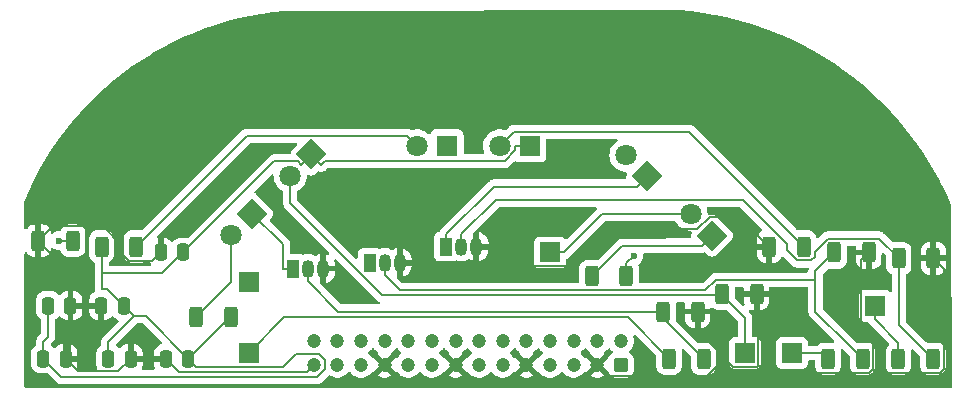
<source format=gbr>
%TF.GenerationSoftware,KiCad,Pcbnew,8.0.1*%
%TF.CreationDate,2024-03-24T18:49:42+02:00*%
%TF.ProjectId,ANTEUS001 MICROMOUSE SENSING,414e5445-5553-4303-9031-204d4943524f,rev?*%
%TF.SameCoordinates,Original*%
%TF.FileFunction,Copper,L1,Top*%
%TF.FilePolarity,Positive*%
%FSLAX46Y46*%
G04 Gerber Fmt 4.6, Leading zero omitted, Abs format (unit mm)*
G04 Created by KiCad (PCBNEW 8.0.1) date 2024-03-24 18:49:42*
%MOMM*%
%LPD*%
G01*
G04 APERTURE LIST*
G04 Aperture macros list*
%AMRoundRect*
0 Rectangle with rounded corners*
0 $1 Rounding radius*
0 $2 $3 $4 $5 $6 $7 $8 $9 X,Y pos of 4 corners*
0 Add a 4 corners polygon primitive as box body*
4,1,4,$2,$3,$4,$5,$6,$7,$8,$9,$2,$3,0*
0 Add four circle primitives for the rounded corners*
1,1,$1+$1,$2,$3*
1,1,$1+$1,$4,$5*
1,1,$1+$1,$6,$7*
1,1,$1+$1,$8,$9*
0 Add four rect primitives between the rounded corners*
20,1,$1+$1,$2,$3,$4,$5,0*
20,1,$1+$1,$4,$5,$6,$7,0*
20,1,$1+$1,$6,$7,$8,$9,0*
20,1,$1+$1,$8,$9,$2,$3,0*%
%AMRotRect*
0 Rectangle, with rotation*
0 The origin of the aperture is its center*
0 $1 length*
0 $2 width*
0 $3 Rotation angle, in degrees counterclockwise*
0 Add horizontal line*
21,1,$1,$2,0,0,$3*%
G04 Aperture macros list end*
%TA.AperFunction,ComponentPad*%
%ADD10C,1.200000*%
%TD*%
%TA.AperFunction,ComponentPad*%
%ADD11RoundRect,0.250000X0.350000X0.350000X-0.350000X0.350000X-0.350000X-0.350000X0.350000X-0.350000X0*%
%TD*%
%TA.AperFunction,SMDPad,CuDef*%
%ADD12RoundRect,0.250000X-0.312500X-0.625000X0.312500X-0.625000X0.312500X0.625000X-0.312500X0.625000X0*%
%TD*%
%TA.AperFunction,SMDPad,CuDef*%
%ADD13RoundRect,0.250000X0.312500X0.625000X-0.312500X0.625000X-0.312500X-0.625000X0.312500X-0.625000X0*%
%TD*%
%TA.AperFunction,ComponentPad*%
%ADD14RotRect,1.800000X1.800000X135.000000*%
%TD*%
%TA.AperFunction,ComponentPad*%
%ADD15C,1.800000*%
%TD*%
%TA.AperFunction,ComponentPad*%
%ADD16R,1.800000X1.800000*%
%TD*%
%TA.AperFunction,ComponentPad*%
%ADD17RotRect,1.800000X1.800000X225.000000*%
%TD*%
%TA.AperFunction,ComponentPad*%
%ADD18O,1.050000X1.500000*%
%TD*%
%TA.AperFunction,ComponentPad*%
%ADD19R,1.050000X1.500000*%
%TD*%
%TA.AperFunction,ComponentPad*%
%ADD20R,1.700000X1.700000*%
%TD*%
%TA.AperFunction,SMDPad,CuDef*%
%ADD21RoundRect,0.250000X0.250000X0.475000X-0.250000X0.475000X-0.250000X-0.475000X0.250000X-0.475000X0*%
%TD*%
%TA.AperFunction,SMDPad,CuDef*%
%ADD22RoundRect,0.250000X-0.250000X-0.475000X0.250000X-0.475000X0.250000X0.475000X-0.250000X0.475000X0*%
%TD*%
%TA.AperFunction,ViaPad*%
%ADD23C,0.600000*%
%TD*%
%TA.AperFunction,Conductor*%
%ADD24C,0.200000*%
%TD*%
G04 APERTURE END LIST*
D10*
%TO.P,J8,28,Pin_28*%
%TO.N,+3.3V*%
X87500000Y-73000000D03*
%TO.P,J8,27,Pin_27*%
%TO.N,GND*%
X87500000Y-75000000D03*
%TO.P,J8,26,Pin_26*%
%TO.N,/BATT-*%
X89500000Y-73000000D03*
%TO.P,J8,25,Pin_25*%
%TO.N,/AB0*%
X89500000Y-75000000D03*
%TO.P,J8,24,Pin_24*%
%TO.N,/PB11*%
X91500000Y-73000000D03*
%TO.P,J8,23,Pin_23*%
%TO.N,/PC5*%
X91500000Y-75000000D03*
%TO.P,J8,22,Pin_22*%
%TO.N,/PE8*%
X93500000Y-73000000D03*
%TO.P,J8,21,Pin_21*%
%TO.N,GND*%
X93499999Y-75000000D03*
%TO.P,J8,20,Pin_20*%
%TO.N,/PE9*%
X95500000Y-72999999D03*
%TO.P,J8,19,Pin_19*%
%TO.N,/PA7*%
X95500000Y-75000000D03*
%TO.P,J8,18,Pin_18*%
%TO.N,/PE10*%
X97500000Y-73000000D03*
%TO.P,J8,17,Pin_17*%
%TO.N,/PC4*%
X97500001Y-75000000D03*
%TO.P,J8,16,Pin_16*%
%TO.N,/PE11*%
X99500001Y-73000000D03*
%TO.P,J8,15,Pin_15*%
%TO.N,GND*%
X99500000Y-75000000D03*
%TO.P,J8,14,Pin_14*%
%TO.N,/PE12*%
X101500000Y-73000000D03*
%TO.P,J8,13,Pin_13*%
%TO.N,/PA6*%
X101500001Y-75000000D03*
%TO.P,J8,12,Pin_12*%
%TO.N,/PE13*%
X103500000Y-73000000D03*
%TO.P,J8,11,Pin_11*%
%TO.N,/PA5*%
X103500000Y-75000000D03*
%TO.P,J8,10,Pin_10*%
%TO.N,/PE14*%
X105500000Y-73000000D03*
%TO.P,J8,9,Pin_9*%
%TO.N,GND*%
X105500000Y-75000000D03*
%TO.P,J8,8,Pin_8*%
%TO.N,/PE15*%
X107500000Y-73000000D03*
%TO.P,J8,7,Pin_7*%
%TO.N,/PA4*%
X107500000Y-75000000D03*
%TO.P,J8,6,Pin_6*%
%TO.N,/PE1*%
X109499999Y-73000000D03*
%TO.P,J8,5,Pin_5*%
%TO.N,/PA3*%
X109500000Y-75000000D03*
%TO.P,J8,4,Pin_4*%
%TO.N,/BATT+*%
X111500000Y-73000000D03*
%TO.P,J8,3,Pin_3*%
%TO.N,GND*%
X111499999Y-75000000D03*
%TO.P,J8,2,Pin_2*%
%TO.N,+3.3V*%
X113500000Y-72999999D03*
D11*
%TO.P,J8,1,Pin_1*%
%TO.N,/PC2*%
X113500000Y-75000000D03*
%TD*%
D12*
%TO.P,R11,2*%
%TO.N,Net-(D5-A)*%
X113962500Y-67500000D03*
%TO.P,R11,1*%
%TO.N,+3V3*%
X111037500Y-67500000D03*
%TD*%
D13*
%TO.P,R12,1*%
%TO.N,GND*%
X125000000Y-69000000D03*
%TO.P,R12,2*%
%TO.N,Net-(J7-Pin_1)*%
X122075000Y-69000000D03*
%TD*%
D12*
%TO.P,R10,2*%
%TO.N,GND*%
X139962500Y-66000000D03*
%TO.P,R10,1*%
%TO.N,Net-(Q3-G)*%
X137037500Y-66000000D03*
%TD*%
%TO.P,R9,2*%
%TO.N,Net-(Q3-G)*%
X139925000Y-74500000D03*
%TO.P,R9,1*%
%TO.N,Net-(J6-Pin_1)*%
X137000000Y-74500000D03*
%TD*%
%TO.P,R8,2*%
%TO.N,Net-(J5-Pin_1)*%
X67100000Y-64500000D03*
%TO.P,R8,1*%
%TO.N,GND*%
X64175000Y-64500000D03*
%TD*%
%TO.P,R7,2*%
%TO.N,Net-(D3-A)*%
X72462500Y-65000000D03*
%TO.P,R7,1*%
%TO.N,+3V3*%
X69537500Y-65000000D03*
%TD*%
%TO.P,R6,2*%
%TO.N,GND*%
X134500000Y-65500000D03*
%TO.P,R6,1*%
%TO.N,Net-(Q2-G)*%
X131575000Y-65500000D03*
%TD*%
%TO.P,R5,1*%
%TO.N,Net-(J4-Pin_1)*%
X131037500Y-74500000D03*
%TO.P,R5,2*%
%TO.N,Net-(Q2-G)*%
X133962500Y-74500000D03*
%TD*%
%TO.P,R4,2*%
%TO.N,Net-(J3-Pin_1)*%
X129000000Y-65000000D03*
%TO.P,R4,1*%
%TO.N,GND*%
X126075000Y-65000000D03*
%TD*%
D13*
%TO.P,R3,1*%
%TO.N,+3V3*%
X80462500Y-71000000D03*
%TO.P,R3,2*%
%TO.N,Net-(D1-A)*%
X77537500Y-71000000D03*
%TD*%
D12*
%TO.P,R2,2*%
%TO.N,GND*%
X120000000Y-70500000D03*
%TO.P,R2,1*%
%TO.N,Net-(Q1-G)*%
X117075000Y-70500000D03*
%TD*%
%TO.P,R1,1*%
%TO.N,Net-(J2-Pin_1)*%
X117575000Y-74500000D03*
%TO.P,R1,2*%
%TO.N,Net-(Q1-G)*%
X120500000Y-74500000D03*
%TD*%
D14*
%TO.P,Q6,1,C*%
%TO.N,+3V3*%
X121237300Y-64065900D03*
D15*
%TO.P,Q6,2,E*%
%TO.N,Net-(J5-Pin_1)*%
X119441249Y-62269849D03*
%TD*%
%TO.P,Q5,2,E*%
%TO.N,Net-(J3-Pin_1)*%
X103235000Y-56475000D03*
D16*
%TO.P,Q5,1,C*%
%TO.N,+3V3*%
X105775000Y-56475000D03*
%TD*%
D15*
%TO.P,Q4,2,E*%
%TO.N,Net-(J7-Pin_1)*%
X85500049Y-58999951D03*
D17*
%TO.P,Q4,1,C*%
%TO.N,+3V3*%
X87296100Y-57203900D03*
%TD*%
D18*
%TO.P,Q3,3,S*%
%TO.N,GND*%
X101270000Y-65000000D03*
%TO.P,Q3,2,G*%
%TO.N,Net-(Q3-G)*%
X100000000Y-65000000D03*
D19*
%TO.P,Q3,1,D*%
%TO.N,Net-(D5-K)*%
X98730000Y-65000000D03*
%TD*%
D18*
%TO.P,Q2,3,S*%
%TO.N,GND*%
X94770000Y-66360000D03*
%TO.P,Q2,2,G*%
%TO.N,Net-(Q2-G)*%
X93500000Y-66360000D03*
D19*
%TO.P,Q2,1,D*%
%TO.N,Net-(D3-K)*%
X92230000Y-66360000D03*
%TD*%
D18*
%TO.P,Q1,3,S*%
%TO.N,GND*%
X88270000Y-66860000D03*
%TO.P,Q1,2,G*%
%TO.N,Net-(Q1-G)*%
X87000000Y-66860000D03*
D19*
%TO.P,Q1,1,D*%
%TO.N,Net-(D1-K)*%
X85730000Y-66860000D03*
%TD*%
D20*
%TO.P,J7,1,Pin_1*%
%TO.N,Net-(J7-Pin_1)*%
X124000000Y-74000000D03*
%TD*%
%TO.P,J6,1,Pin_1*%
%TO.N,Net-(J6-Pin_1)*%
X135000000Y-70000000D03*
%TD*%
%TO.P,J5,1,Pin_1*%
%TO.N,Net-(J5-Pin_1)*%
X107500000Y-65500000D03*
%TD*%
%TO.P,J4,1,Pin_1*%
%TO.N,Net-(J4-Pin_1)*%
X128000000Y-74000000D03*
%TD*%
%TO.P,J3,1,Pin_1*%
%TO.N,Net-(J3-Pin_1)*%
X82000000Y-68000000D03*
%TD*%
%TO.P,J2,1,Pin_1*%
%TO.N,Net-(J2-Pin_1)*%
X82000000Y-74000000D03*
%TD*%
D14*
%TO.P,D5,1,K*%
%TO.N,Net-(D5-K)*%
X115737300Y-59065900D03*
D15*
%TO.P,D5,2,A*%
%TO.N,Net-(D5-A)*%
X113941249Y-57269849D03*
%TD*%
%TO.P,D3,2,A*%
%TO.N,Net-(D3-A)*%
X96235000Y-56475000D03*
D16*
%TO.P,D3,1,K*%
%TO.N,Net-(D3-K)*%
X98775000Y-56475000D03*
%TD*%
D15*
%TO.P,D1,2,A*%
%TO.N,Net-(D1-A)*%
X80500049Y-63999951D03*
D17*
%TO.P,D1,1,K*%
%TO.N,Net-(D1-K)*%
X82296100Y-62203900D03*
%TD*%
D21*
%TO.P,C6,2*%
%TO.N,GND*%
X74550001Y-65500000D03*
%TO.P,C6,1*%
%TO.N,+3V3*%
X76449999Y-65500000D03*
%TD*%
%TO.P,C5,1*%
%TO.N,+3V3*%
X71399999Y-70000000D03*
%TO.P,C5,2*%
%TO.N,GND*%
X69500001Y-70000000D03*
%TD*%
%TO.P,C4,2*%
%TO.N,GND*%
X74986701Y-74500000D03*
%TO.P,C4,1*%
%TO.N,+3V3*%
X76886699Y-74500000D03*
%TD*%
D22*
%TO.P,C3,2*%
%TO.N,GND*%
X72000000Y-74500000D03*
%TO.P,C3,1*%
%TO.N,+3V3*%
X70100000Y-74500000D03*
%TD*%
%TO.P,C2,1*%
%TO.N,+3V3*%
X65000000Y-70000000D03*
%TO.P,C2,2*%
%TO.N,GND*%
X66900000Y-70000000D03*
%TD*%
%TO.P,C1,2*%
%TO.N,GND*%
X66487500Y-74500000D03*
%TO.P,C1,1*%
%TO.N,+3V3*%
X64587500Y-74500000D03*
%TD*%
D23*
%TO.N,Net-(J5-Pin_1)*%
X65944200Y-64497600D03*
%TO.N,Net-(D5-A)*%
X114598000Y-65775100D03*
%TD*%
D24*
%TO.N,Net-(J7-Pin_1)*%
X85500000Y-61342900D02*
X85500000Y-59000000D01*
X93288100Y-69131000D02*
X85500000Y-61342900D01*
X122075000Y-69131000D02*
X93288100Y-69131000D01*
X124000000Y-71056000D02*
X122075000Y-69131000D01*
X124000000Y-74000000D02*
X124000000Y-71056000D01*
X122075000Y-69131000D02*
X122075000Y-69000000D01*
%TO.N,Net-(J6-Pin_1)*%
X137000000Y-73151700D02*
X137000000Y-74500000D01*
X135000000Y-71151700D02*
X137000000Y-73151700D01*
X135000000Y-70000000D02*
X135000000Y-71151700D01*
%TO.N,Net-(J5-Pin_1)*%
X111882000Y-62269800D02*
X119441000Y-62269800D01*
X108652000Y-65500000D02*
X111882000Y-62269800D01*
X107500000Y-65500000D02*
X108652000Y-65500000D01*
X119441000Y-62269800D02*
X119441200Y-62269800D01*
X67097600Y-64497600D02*
X67100000Y-64500000D01*
X65944200Y-64497600D02*
X67097600Y-64497600D01*
%TO.N,Net-(J3-Pin_1)*%
X104437000Y-55273300D02*
X103235000Y-56475000D01*
X119273000Y-55273300D02*
X104437000Y-55273300D01*
X129000000Y-65000000D02*
X119273000Y-55273300D01*
%TO.N,Net-(Q3-G)*%
X137038000Y-66000000D02*
X137038000Y-67525000D01*
X135358000Y-64320800D02*
X137038000Y-66000000D01*
X131016000Y-64320800D02*
X135358000Y-64320800D01*
X129897000Y-65439900D02*
X131016000Y-64320800D01*
X129897000Y-65895600D02*
X129897000Y-65439900D01*
X129615000Y-66177700D02*
X129897000Y-65895600D01*
X128434000Y-66177700D02*
X129615000Y-66177700D01*
X127538000Y-65280800D02*
X128434000Y-66177700D01*
X127538000Y-64743500D02*
X127538000Y-65280800D01*
X123852000Y-61057900D02*
X127538000Y-64743500D01*
X102890000Y-61057900D02*
X123852000Y-61057900D01*
X100000000Y-63948300D02*
X102890000Y-61057900D01*
X100000000Y-65000000D02*
X100000000Y-63948300D01*
X137038000Y-71612500D02*
X139925000Y-74500000D01*
X137038000Y-67525000D02*
X137038000Y-71612500D01*
X137037500Y-67524500D02*
X137037500Y-66000000D01*
X137038000Y-67525000D02*
X137037500Y-67524500D01*
%TO.N,Net-(Q2-G)*%
X121553000Y-67803200D02*
X129972000Y-67803200D01*
X120652000Y-68703500D02*
X121553000Y-67803200D01*
X94791800Y-68703500D02*
X120652000Y-68703500D01*
X93500000Y-67411700D02*
X94791800Y-68703500D01*
X93500000Y-66360000D02*
X93500000Y-67411700D01*
X129972000Y-67102900D02*
X129972000Y-67803200D01*
X131575000Y-65500000D02*
X129972000Y-67102900D01*
X132831500Y-73369400D02*
X133962000Y-74500000D01*
X132831900Y-73369400D02*
X133962500Y-74500000D01*
X132831500Y-73369400D02*
X132831900Y-73369400D01*
X129972000Y-70509600D02*
X132831500Y-73369400D01*
X129972000Y-67803200D02*
X129972000Y-70509600D01*
%TO.N,Net-(J4-Pin_1)*%
X130538000Y-74000000D02*
X131037500Y-74499500D01*
X128000000Y-74000000D02*
X130538000Y-74000000D01*
X131037500Y-74499500D02*
X131038000Y-74500000D01*
X131037500Y-74499500D02*
X131037500Y-74500000D01*
%TO.N,Net-(D5-K)*%
X98730000Y-63948300D02*
X98730000Y-65000000D01*
X102763000Y-59915600D02*
X98730000Y-63948300D01*
X114888000Y-59915600D02*
X102763000Y-59915600D01*
X115737000Y-59065900D02*
X114888000Y-59915600D01*
X115737300Y-59065900D02*
X115737000Y-59065900D01*
%TO.N,Net-(D5-A)*%
X113962000Y-66410600D02*
X113962000Y-66955300D01*
X114598000Y-65775100D02*
X113962000Y-66410600D01*
X113962000Y-66955300D02*
X113962000Y-67500000D01*
X113962500Y-66955800D02*
X113962500Y-67500000D01*
X113962000Y-66955300D02*
X113962500Y-66955800D01*
%TO.N,Net-(D3-A)*%
X81846000Y-55616500D02*
X72462500Y-65000000D01*
X95376500Y-55616500D02*
X81846000Y-55616500D01*
X96235000Y-56475000D02*
X95376500Y-55616500D01*
%TO.N,Net-(Q1-G)*%
X89588300Y-70500000D02*
X117075000Y-70500000D01*
X87000000Y-67911700D02*
X89588300Y-70500000D01*
X87000000Y-66860000D02*
X87000000Y-67911700D01*
X117075000Y-71075000D02*
X120500000Y-74500000D01*
X117075000Y-70500000D02*
X117075000Y-71075000D01*
%TO.N,Net-(J2-Pin_1)*%
X114075000Y-71000000D02*
X117575000Y-74500000D01*
X85000000Y-71000000D02*
X114075000Y-71000000D01*
X82000000Y-74000000D02*
X85000000Y-71000000D01*
%TO.N,Net-(D1-K)*%
X84903300Y-64811100D02*
X82296100Y-62203900D01*
X84903300Y-66860000D02*
X84903300Y-64811100D01*
X85730000Y-66860000D02*
X84903300Y-66860000D01*
%TO.N,Net-(D1-A)*%
X80500000Y-68037500D02*
X77537500Y-71000000D01*
X80500000Y-64000000D02*
X80500000Y-68037500D01*
%TO.N,+3V3*%
X104573000Y-56475000D02*
X105775000Y-56475000D01*
X104573000Y-56850500D02*
X104573000Y-56475000D01*
X103696000Y-57727400D02*
X104573000Y-56850500D01*
X88472100Y-57727400D02*
X103696000Y-57727400D01*
X88145900Y-58053600D02*
X88472100Y-57727400D01*
X87296100Y-57203900D02*
X88145900Y-58053600D01*
X84168100Y-57781900D02*
X76450000Y-65500000D01*
X86174600Y-57781900D02*
X84168100Y-57781900D01*
X86446400Y-58053600D02*
X86174600Y-57781900D01*
X87296100Y-57203900D02*
X86446400Y-58053600D01*
X69970300Y-68570300D02*
X69537500Y-68570300D01*
X71350000Y-69950000D02*
X69970300Y-68570300D01*
X69537500Y-68570300D02*
X69537500Y-67273100D01*
X69537500Y-67273100D02*
X69537500Y-65000000D01*
X74676900Y-67273100D02*
X76450000Y-65500000D01*
X69537500Y-67273100D02*
X74676900Y-67273100D01*
X113620000Y-64917100D02*
X111038000Y-67500000D01*
X117362000Y-64917100D02*
X113620000Y-64917100D01*
X117363000Y-64915600D02*
X117362000Y-64917100D01*
X120388000Y-64915600D02*
X117363000Y-64915600D01*
X121237000Y-64065900D02*
X120388000Y-64915600D01*
X65000000Y-72630700D02*
X65000000Y-70000000D01*
X64587500Y-73043200D02*
X65000000Y-72630700D01*
X121237300Y-64065900D02*
X121237000Y-64065900D01*
X111037500Y-67500000D02*
X111038000Y-67500000D01*
X71400000Y-70000000D02*
X71350000Y-69950000D01*
X80386700Y-71000000D02*
X76886700Y-74500000D01*
X80462500Y-71000000D02*
X80386700Y-71000000D01*
X70100000Y-73084600D02*
X70100000Y-74500000D01*
X72292300Y-70892300D02*
X70100000Y-73084600D01*
X71400000Y-70000000D02*
X72292300Y-70892300D01*
X73279000Y-70892300D02*
X76886700Y-74500000D01*
X72292300Y-70892300D02*
X73279000Y-70892300D01*
X64587500Y-74500000D02*
X64587500Y-73043200D01*
X77564200Y-75177500D02*
X76886700Y-74500000D01*
X84887100Y-75177500D02*
X77564200Y-75177500D01*
X85992200Y-74072400D02*
X84887100Y-75177500D01*
X87915000Y-74072400D02*
X85992200Y-74072400D01*
X88421500Y-74578900D02*
X87915000Y-74072400D01*
X88421500Y-75401600D02*
X88421500Y-74578900D01*
X87782500Y-76040600D02*
X88421500Y-75401600D01*
X66128100Y-76040600D02*
X87782500Y-76040600D01*
X64587500Y-74500000D02*
X66128100Y-76040600D01*
%TO.N,GND*%
X74986700Y-74500000D02*
X72000000Y-74500000D01*
X65389600Y-63285400D02*
X64175000Y-64500000D01*
X69617800Y-63285400D02*
X65389600Y-63285400D01*
X71000000Y-64667600D02*
X69617800Y-63285400D01*
X71000000Y-65323900D02*
X71000000Y-64667600D01*
X71893100Y-66217000D02*
X71000000Y-65323900D01*
X73833000Y-66217000D02*
X71893100Y-66217000D01*
X74550000Y-65500000D02*
X73833000Y-66217000D01*
X112441600Y-75941600D02*
X111500000Y-75000000D01*
X120803600Y-75941600D02*
X112441600Y-75941600D01*
X122286700Y-74458500D02*
X120803600Y-75941600D01*
X120000000Y-72171800D02*
X120000000Y-70500000D01*
X122286700Y-74458500D02*
X120000000Y-72171800D01*
X103748400Y-66651700D02*
X102096700Y-65000000D01*
X109445500Y-66651700D02*
X103748400Y-66651700D01*
X112574800Y-63522400D02*
X109445500Y-66651700D01*
X119984700Y-63522400D02*
X112574800Y-63522400D01*
X121046400Y-62460700D02*
X119984700Y-63522400D01*
X123535700Y-62460700D02*
X121046400Y-62460700D01*
X126075000Y-65000000D02*
X123535700Y-62460700D01*
X101270000Y-65000000D02*
X102096700Y-65000000D01*
X125151700Y-69151700D02*
X125151700Y-75005100D01*
X125000000Y-69000000D02*
X125151700Y-69151700D01*
X122986700Y-75158500D02*
X122286700Y-74458500D01*
X124998300Y-75158500D02*
X122986700Y-75158500D01*
X125151700Y-75005100D02*
X124998300Y-75158500D01*
X135131800Y-75680600D02*
X134836600Y-75385400D01*
X140509400Y-75680600D02*
X135131800Y-75680600D01*
X140839500Y-75350500D02*
X140509400Y-75680600D01*
X140839500Y-66877000D02*
X140839500Y-75350500D01*
X139962500Y-66000000D02*
X140839500Y-66877000D01*
X134836600Y-72896500D02*
X134836600Y-75385400D01*
X133848300Y-71908200D02*
X134836600Y-72896500D01*
X133848300Y-66151700D02*
X133848300Y-71908200D01*
X134500000Y-65500000D02*
X133848300Y-66151700D01*
X125826200Y-75679600D02*
X125151700Y-75005100D01*
X134542400Y-75679600D02*
X125826200Y-75679600D01*
X134836600Y-75385400D02*
X134542400Y-75679600D01*
X66900000Y-67225000D02*
X66900000Y-70000000D01*
X64175000Y-64500000D02*
X66900000Y-67225000D01*
X66900000Y-74087500D02*
X66487500Y-74500000D01*
X66900000Y-70000000D02*
X66900000Y-74087500D01*
X70954000Y-75546000D02*
X72000000Y-74500000D01*
X67533500Y-75546000D02*
X70954000Y-75546000D01*
X66487500Y-74500000D02*
X67533500Y-75546000D01*
X86892800Y-75607200D02*
X87500000Y-75000000D01*
X76093900Y-75607200D02*
X86892800Y-75607200D01*
X74986700Y-74500000D02*
X76093900Y-75607200D01*
%TD*%
%TA.AperFunction,Conductor*%
%TO.N,GND*%
G36*
X73045942Y-71512485D02*
G01*
X73066584Y-71529119D01*
X74621332Y-73083867D01*
X74654817Y-73145190D01*
X74649833Y-73214882D01*
X74607961Y-73270815D01*
X74572656Y-73289254D01*
X74417579Y-73340642D01*
X74417576Y-73340643D01*
X74268355Y-73432684D01*
X74144385Y-73556654D01*
X74052344Y-73705875D01*
X74052342Y-73705880D01*
X73997195Y-73872302D01*
X73997194Y-73872309D01*
X73986701Y-73975013D01*
X73986701Y-74250000D01*
X75112701Y-74250000D01*
X75179740Y-74269685D01*
X75225495Y-74322489D01*
X75236701Y-74374000D01*
X75236701Y-74626000D01*
X75217016Y-74693039D01*
X75164212Y-74738794D01*
X75112701Y-74750000D01*
X73986702Y-74750000D01*
X73986702Y-75024986D01*
X73997194Y-75127695D01*
X74046702Y-75277095D01*
X74049104Y-75346924D01*
X74013373Y-75406966D01*
X73950852Y-75438159D01*
X73928996Y-75440100D01*
X73057705Y-75440100D01*
X72990666Y-75420415D01*
X72944911Y-75367611D01*
X72934967Y-75298453D01*
X72939999Y-75277096D01*
X72989505Y-75127697D01*
X72989506Y-75127690D01*
X72999999Y-75024986D01*
X73000000Y-75024973D01*
X73000000Y-74750000D01*
X71874000Y-74750000D01*
X71806961Y-74730315D01*
X71761206Y-74677511D01*
X71750000Y-74626000D01*
X71750000Y-73275000D01*
X72250000Y-73275000D01*
X72250000Y-74250000D01*
X72999999Y-74250000D01*
X72999999Y-73975028D01*
X72999998Y-73975013D01*
X72989505Y-73872302D01*
X72934358Y-73705880D01*
X72934356Y-73705875D01*
X72842315Y-73556654D01*
X72718345Y-73432684D01*
X72569124Y-73340643D01*
X72569119Y-73340641D01*
X72402697Y-73285494D01*
X72402690Y-73285493D01*
X72299986Y-73275000D01*
X72250000Y-73275000D01*
X71750000Y-73275000D01*
X71749999Y-73274999D01*
X71700029Y-73275000D01*
X71700011Y-73275001D01*
X71597302Y-73285494D01*
X71430880Y-73340641D01*
X71430875Y-73340643D01*
X71281654Y-73432684D01*
X71157683Y-73556655D01*
X71157679Y-73556660D01*
X71155826Y-73559665D01*
X71154018Y-73561290D01*
X71153202Y-73562323D01*
X71153025Y-73562183D01*
X71103874Y-73606385D01*
X71034911Y-73617601D01*
X70970831Y-73589752D01*
X70944753Y-73559653D01*
X70944737Y-73559628D01*
X70942712Y-73556344D01*
X70818656Y-73432288D01*
X70818655Y-73432287D01*
X70817847Y-73431789D01*
X70817409Y-73431302D01*
X70812989Y-73427807D01*
X70813586Y-73427051D01*
X70771123Y-73379840D01*
X70759902Y-73310878D01*
X70787746Y-73246796D01*
X70795253Y-73238581D01*
X72504716Y-71529119D01*
X72566039Y-71495634D01*
X72592397Y-71492800D01*
X72978903Y-71492800D01*
X73045942Y-71512485D01*
G37*
%TD.AperFunction*%
%TA.AperFunction,Conductor*%
G36*
X92588049Y-73620386D02*
G01*
X92598951Y-73632967D01*
X92631426Y-73675971D01*
X92683237Y-73744581D01*
X92833958Y-73881980D01*
X92833960Y-73881982D01*
X92866507Y-73902134D01*
X92913143Y-73954161D01*
X92924404Y-74021850D01*
X92919310Y-74065758D01*
X93478553Y-74625000D01*
X93450629Y-74625000D01*
X93355254Y-74650556D01*
X93269744Y-74699925D01*
X93199924Y-74769745D01*
X93150555Y-74855255D01*
X93124999Y-74950630D01*
X93124999Y-74978554D01*
X92562531Y-74416086D01*
X92511352Y-74419645D01*
X92443108Y-74404658D01*
X92403797Y-74370671D01*
X92316762Y-74255418D01*
X92166042Y-74118019D01*
X92154723Y-74111011D01*
X92145704Y-74105426D01*
X92099069Y-74053401D01*
X92087964Y-73984419D01*
X92115916Y-73920385D01*
X92145703Y-73894573D01*
X92166041Y-73881981D01*
X92260853Y-73795549D01*
X92316762Y-73744581D01*
X92316765Y-73744578D01*
X92401046Y-73632970D01*
X92457155Y-73591335D01*
X92526867Y-73586644D01*
X92588049Y-73620386D01*
G37*
%TD.AperFunction*%
%TA.AperFunction,Conductor*%
G36*
X98588048Y-73620384D02*
G01*
X98598953Y-73632969D01*
X98598956Y-73632973D01*
X98683238Y-73744581D01*
X98833959Y-73881980D01*
X98833961Y-73881982D01*
X98866508Y-73902134D01*
X98913144Y-73954161D01*
X98924405Y-74021850D01*
X98919311Y-74065758D01*
X99478554Y-74625000D01*
X99450630Y-74625000D01*
X99355255Y-74650556D01*
X99269745Y-74699925D01*
X99199925Y-74769745D01*
X99150556Y-74855255D01*
X99125000Y-74950630D01*
X99125000Y-74978554D01*
X98562532Y-74416086D01*
X98511353Y-74419645D01*
X98443109Y-74404658D01*
X98403798Y-74370671D01*
X98316763Y-74255418D01*
X98166042Y-74118019D01*
X98166041Y-74118018D01*
X98145703Y-74105425D01*
X98099068Y-74053397D01*
X98087965Y-73984415D01*
X98115919Y-73920381D01*
X98145704Y-73894573D01*
X98166041Y-73881981D01*
X98316764Y-73744579D01*
X98401048Y-73632968D01*
X98457154Y-73591335D01*
X98526866Y-73586642D01*
X98588048Y-73620384D01*
G37*
%TD.AperFunction*%
%TA.AperFunction,Conductor*%
G36*
X104588049Y-73620386D02*
G01*
X104598951Y-73632967D01*
X104631426Y-73675971D01*
X104683237Y-73744581D01*
X104778868Y-73831759D01*
X104833959Y-73881981D01*
X104854296Y-73894573D01*
X104866509Y-73902135D01*
X104913144Y-73954163D01*
X104924405Y-74021851D01*
X104919311Y-74065758D01*
X105478554Y-74625000D01*
X105450630Y-74625000D01*
X105355255Y-74650556D01*
X105269745Y-74699925D01*
X105199925Y-74769745D01*
X105150556Y-74855255D01*
X105125000Y-74950630D01*
X105125000Y-74978554D01*
X104562532Y-74416086D01*
X104511352Y-74419645D01*
X104443108Y-74404658D01*
X104403797Y-74370671D01*
X104316762Y-74255418D01*
X104166042Y-74118019D01*
X104154723Y-74111011D01*
X104145704Y-74105426D01*
X104099069Y-74053401D01*
X104087964Y-73984419D01*
X104115916Y-73920385D01*
X104145703Y-73894573D01*
X104166041Y-73881981D01*
X104260853Y-73795549D01*
X104316762Y-73744581D01*
X104316765Y-73744578D01*
X104401046Y-73632970D01*
X104457155Y-73591335D01*
X104526867Y-73586644D01*
X104588049Y-73620386D01*
G37*
%TD.AperFunction*%
%TA.AperFunction,Conductor*%
G36*
X110588047Y-73620384D02*
G01*
X110598952Y-73632969D01*
X110598955Y-73632973D01*
X110683237Y-73744581D01*
X110833958Y-73881980D01*
X110833960Y-73881982D01*
X110866507Y-73902134D01*
X110913143Y-73954161D01*
X110924404Y-74021850D01*
X110919310Y-74065758D01*
X111478553Y-74625000D01*
X111450629Y-74625000D01*
X111355254Y-74650556D01*
X111269744Y-74699925D01*
X111199924Y-74769745D01*
X111150555Y-74855255D01*
X111124999Y-74950630D01*
X111124999Y-74978554D01*
X110562531Y-74416086D01*
X110511352Y-74419645D01*
X110443108Y-74404658D01*
X110403797Y-74370671D01*
X110316762Y-74255418D01*
X110166041Y-74118019D01*
X110166040Y-74118018D01*
X110145702Y-74105425D01*
X110099067Y-74053397D01*
X110087964Y-73984415D01*
X110115918Y-73920381D01*
X110145703Y-73894573D01*
X110166040Y-73881981D01*
X110316763Y-73744579D01*
X110401047Y-73632968D01*
X110457153Y-73591335D01*
X110526865Y-73586642D01*
X110588047Y-73620384D01*
G37*
%TD.AperFunction*%
%TA.AperFunction,Conductor*%
G36*
X94588049Y-73620386D02*
G01*
X94598954Y-73632971D01*
X94683236Y-73744578D01*
X94833959Y-73881980D01*
X94854293Y-73894570D01*
X94854296Y-73894572D01*
X94900931Y-73946600D01*
X94912035Y-74015582D01*
X94884082Y-74079616D01*
X94854299Y-74105424D01*
X94833958Y-74118019D01*
X94683236Y-74255419D01*
X94596206Y-74370665D01*
X94540097Y-74412300D01*
X94488669Y-74419640D01*
X94437465Y-74416086D01*
X93874999Y-74978552D01*
X93874999Y-74950630D01*
X93849443Y-74855255D01*
X93800074Y-74769745D01*
X93730254Y-74699925D01*
X93644744Y-74650556D01*
X93549369Y-74625000D01*
X93521446Y-74625000D01*
X94080685Y-74065759D01*
X94075592Y-74021854D01*
X94087420Y-73952992D01*
X94133488Y-73902136D01*
X94166041Y-73881981D01*
X94260853Y-73795549D01*
X94316762Y-73744581D01*
X94316765Y-73744578D01*
X94401046Y-73632970D01*
X94457155Y-73591335D01*
X94526867Y-73586644D01*
X94588049Y-73620386D01*
G37*
%TD.AperFunction*%
%TA.AperFunction,Conductor*%
G36*
X100588048Y-73620387D02*
G01*
X100598954Y-73632972D01*
X100635902Y-73681899D01*
X100683236Y-73744579D01*
X100833959Y-73881981D01*
X100854291Y-73894570D01*
X100854296Y-73894573D01*
X100900931Y-73946601D01*
X100912035Y-74015583D01*
X100884082Y-74079617D01*
X100854297Y-74105426D01*
X100833960Y-74118018D01*
X100833959Y-74118019D01*
X100683237Y-74255419D01*
X100596207Y-74370665D01*
X100540098Y-74412300D01*
X100488670Y-74419640D01*
X100437466Y-74416086D01*
X99875000Y-74978552D01*
X99875000Y-74950630D01*
X99849444Y-74855255D01*
X99800075Y-74769745D01*
X99730255Y-74699925D01*
X99644745Y-74650556D01*
X99549370Y-74625000D01*
X99521447Y-74625000D01*
X100080686Y-74065759D01*
X100075593Y-74021854D01*
X100087421Y-73952992D01*
X100133489Y-73902136D01*
X100166042Y-73881981D01*
X100260854Y-73795549D01*
X100316764Y-73744580D01*
X100316765Y-73744579D01*
X100401047Y-73632972D01*
X100457154Y-73591336D01*
X100526866Y-73586644D01*
X100588048Y-73620387D01*
G37*
%TD.AperFunction*%
%TA.AperFunction,Conductor*%
G36*
X106588049Y-73620386D02*
G01*
X106598951Y-73632967D01*
X106631426Y-73675971D01*
X106683237Y-73744581D01*
X106778868Y-73831759D01*
X106833959Y-73881981D01*
X106854291Y-73894570D01*
X106854296Y-73894573D01*
X106900931Y-73946601D01*
X106912035Y-74015583D01*
X106884082Y-74079617D01*
X106854296Y-74105427D01*
X106833957Y-74118020D01*
X106683236Y-74255419D01*
X106596206Y-74370665D01*
X106540097Y-74412300D01*
X106488669Y-74419640D01*
X106437465Y-74416087D01*
X105875000Y-74978552D01*
X105875000Y-74950630D01*
X105849444Y-74855255D01*
X105800075Y-74769745D01*
X105730255Y-74699925D01*
X105644745Y-74650556D01*
X105549370Y-74625000D01*
X105521447Y-74625000D01*
X106080686Y-74065759D01*
X106075593Y-74021853D01*
X106087421Y-73952991D01*
X106133491Y-73902135D01*
X106166041Y-73881981D01*
X106316764Y-73744579D01*
X106401046Y-73632970D01*
X106457155Y-73591335D01*
X106526867Y-73586644D01*
X106588049Y-73620386D01*
G37*
%TD.AperFunction*%
%TA.AperFunction,Conductor*%
G36*
X112588049Y-73620386D02*
G01*
X112598954Y-73632971D01*
X112678336Y-73738090D01*
X112683237Y-73744579D01*
X112765505Y-73819576D01*
X112801786Y-73879287D01*
X112800026Y-73949134D01*
X112760783Y-74006942D01*
X112747065Y-74016750D01*
X112738797Y-74021851D01*
X112681342Y-74057289D01*
X112557289Y-74181342D01*
X112465185Y-74330667D01*
X112445832Y-74389068D01*
X112415808Y-74437742D01*
X111874999Y-74978551D01*
X111874999Y-74950630D01*
X111849443Y-74855255D01*
X111800074Y-74769745D01*
X111730254Y-74699925D01*
X111644744Y-74650556D01*
X111549369Y-74625000D01*
X111521446Y-74625000D01*
X112080685Y-74065759D01*
X112075592Y-74021854D01*
X112087420Y-73952992D01*
X112133488Y-73902136D01*
X112166041Y-73881981D01*
X112260853Y-73795549D01*
X112316762Y-73744581D01*
X112316765Y-73744578D01*
X112401046Y-73632970D01*
X112457155Y-73591335D01*
X112526867Y-73586644D01*
X112588049Y-73620386D01*
G37*
%TD.AperFunction*%
%TA.AperFunction,Conductor*%
G36*
X89373340Y-66084025D02*
G01*
X89421863Y-66113998D01*
X92919384Y-69611520D01*
X93017407Y-69668113D01*
X93065622Y-69718679D01*
X93078846Y-69787286D01*
X93052878Y-69852151D01*
X92995964Y-69892680D01*
X92955407Y-69899500D01*
X89888397Y-69899500D01*
X89821358Y-69879815D01*
X89800716Y-69863181D01*
X88056319Y-68118784D01*
X88022834Y-68057461D01*
X88020000Y-68031103D01*
X88020000Y-67225865D01*
X88022383Y-67201671D01*
X88023901Y-67194043D01*
X88025500Y-67186003D01*
X88025500Y-67145830D01*
X88039745Y-67160075D01*
X88125255Y-67209444D01*
X88220630Y-67235000D01*
X88319370Y-67235000D01*
X88414745Y-67209444D01*
X88500255Y-67160075D01*
X88520000Y-67140330D01*
X88520000Y-68080352D01*
X88568974Y-68070612D01*
X88568983Y-68070609D01*
X88755513Y-67993347D01*
X88755526Y-67993340D01*
X88923399Y-67881170D01*
X88923403Y-67881167D01*
X89066167Y-67738403D01*
X89066170Y-67738399D01*
X89178340Y-67570526D01*
X89178347Y-67570513D01*
X89255609Y-67383983D01*
X89255612Y-67383974D01*
X89294999Y-67185958D01*
X89295000Y-67185955D01*
X89295000Y-67110000D01*
X88550330Y-67110000D01*
X88570075Y-67090255D01*
X88619444Y-67004745D01*
X88645000Y-66909370D01*
X88645000Y-66810630D01*
X88619444Y-66715255D01*
X88570075Y-66629745D01*
X88550330Y-66610000D01*
X89295000Y-66610000D01*
X89295000Y-66534045D01*
X89294999Y-66534041D01*
X89255612Y-66336025D01*
X89255610Y-66336020D01*
X89219620Y-66249132D01*
X89212151Y-66179662D01*
X89243426Y-66117183D01*
X89303515Y-66081531D01*
X89373340Y-66084025D01*
G37*
%TD.AperFunction*%
%TA.AperFunction,Conductor*%
G36*
X113160577Y-55893485D02*
G01*
X113206332Y-55946289D01*
X113216276Y-56015447D01*
X113187251Y-56079003D01*
X113169700Y-56095653D01*
X112989471Y-56235930D01*
X112989468Y-56235933D01*
X112989465Y-56235935D01*
X112989465Y-56235936D01*
X112982316Y-56243702D01*
X112832265Y-56406701D01*
X112705324Y-56601000D01*
X112612091Y-56813548D01*
X112555115Y-57038540D01*
X112555113Y-57038551D01*
X112535949Y-57269842D01*
X112535949Y-57269855D01*
X112555113Y-57501146D01*
X112555115Y-57501157D01*
X112612091Y-57726149D01*
X112705324Y-57938697D01*
X112832265Y-58132996D01*
X112832268Y-58133000D01*
X112832270Y-58133002D01*
X112989465Y-58303762D01*
X112989468Y-58303764D01*
X112989471Y-58303767D01*
X113172614Y-58446313D01*
X113172620Y-58446317D01*
X113172623Y-58446319D01*
X113376746Y-58556785D01*
X113490736Y-58595917D01*
X113596264Y-58632146D01*
X113596266Y-58632146D01*
X113596268Y-58632147D01*
X113825200Y-58670349D01*
X113825201Y-58670349D01*
X113901980Y-58670349D01*
X113969019Y-58690034D01*
X114014774Y-58742838D01*
X114024718Y-58811996D01*
X114014774Y-58845861D01*
X113979342Y-58923443D01*
X113958861Y-59065899D01*
X113974325Y-59173453D01*
X113964381Y-59242611D01*
X113918627Y-59295415D01*
X113851587Y-59315100D01*
X102763023Y-59315100D01*
X102683965Y-59315097D01*
X102683940Y-59315100D01*
X102604100Y-59336493D01*
X102604098Y-59336494D01*
X102531232Y-59356016D01*
X102531224Y-59356018D01*
X102531214Y-59356023D01*
X102452322Y-59401572D01*
X102452318Y-59401574D01*
X102394290Y-59435073D01*
X102327233Y-59502130D01*
X98366677Y-63462391D01*
X98366629Y-63462433D01*
X98322699Y-63506365D01*
X98309584Y-63519480D01*
X98273399Y-63555663D01*
X98249486Y-63579574D01*
X98249480Y-63579583D01*
X98249480Y-63579584D01*
X98226827Y-63618820D01*
X98207124Y-63652946D01*
X98207123Y-63652947D01*
X98182369Y-63695820D01*
X98131801Y-63744035D01*
X98103504Y-63754493D01*
X98097522Y-63755906D01*
X97962671Y-63806202D01*
X97962664Y-63806206D01*
X97847455Y-63892452D01*
X97847452Y-63892455D01*
X97761206Y-64007664D01*
X97761202Y-64007671D01*
X97710908Y-64142517D01*
X97704501Y-64202116D01*
X97704500Y-64202135D01*
X97704500Y-65797870D01*
X97704501Y-65797876D01*
X97710908Y-65857483D01*
X97761202Y-65992328D01*
X97761206Y-65992335D01*
X97847452Y-66107544D01*
X97847455Y-66107547D01*
X97962664Y-66193793D01*
X97962671Y-66193797D01*
X98097517Y-66244091D01*
X98097516Y-66244091D01*
X98104444Y-66244835D01*
X98157127Y-66250500D01*
X99302872Y-66250499D01*
X99362483Y-66244091D01*
X99497331Y-66193796D01*
X99498430Y-66192972D01*
X99499717Y-66192492D01*
X99505112Y-66189547D01*
X99505535Y-66190322D01*
X99563887Y-66168552D01*
X99620198Y-66177673D01*
X99700873Y-66211091D01*
X99866777Y-66244091D01*
X99898992Y-66250499D01*
X99898996Y-66250500D01*
X99898997Y-66250500D01*
X100101004Y-66250500D01*
X100101005Y-66250499D01*
X100299127Y-66211091D01*
X100485756Y-66133786D01*
X100566562Y-66079792D01*
X100633234Y-66058917D01*
X100700614Y-66077401D01*
X100704340Y-66079795D01*
X100784479Y-66133343D01*
X100784486Y-66133347D01*
X100971016Y-66210609D01*
X100971025Y-66210612D01*
X101020000Y-66220353D01*
X101020000Y-65365865D01*
X101022383Y-65341671D01*
X101022464Y-65341267D01*
X101025500Y-65326003D01*
X101025500Y-65285830D01*
X101039745Y-65300075D01*
X101125255Y-65349444D01*
X101220630Y-65375000D01*
X101319370Y-65375000D01*
X101414745Y-65349444D01*
X101500255Y-65300075D01*
X101520000Y-65280330D01*
X101520000Y-66220352D01*
X101568974Y-66210612D01*
X101568983Y-66210609D01*
X101755513Y-66133347D01*
X101755526Y-66133340D01*
X101923399Y-66021170D01*
X101923403Y-66021167D01*
X102066167Y-65878403D01*
X102066170Y-65878399D01*
X102178340Y-65710526D01*
X102178347Y-65710513D01*
X102255609Y-65523983D01*
X102255612Y-65523974D01*
X102294999Y-65325958D01*
X102295000Y-65325955D01*
X102295000Y-65250000D01*
X101550330Y-65250000D01*
X101570075Y-65230255D01*
X101619444Y-65144745D01*
X101645000Y-65049370D01*
X101645000Y-64950630D01*
X101619444Y-64855255D01*
X101570075Y-64769745D01*
X101550330Y-64750000D01*
X102295000Y-64750000D01*
X102295000Y-64674045D01*
X102294999Y-64674041D01*
X102255612Y-64476025D01*
X102255609Y-64476016D01*
X102178347Y-64289486D01*
X102178340Y-64289473D01*
X102066170Y-64121600D01*
X102066167Y-64121596D01*
X101923403Y-63978832D01*
X101923399Y-63978829D01*
X101755526Y-63866659D01*
X101755513Y-63866652D01*
X101568984Y-63789390D01*
X101568977Y-63789388D01*
X101520000Y-63779645D01*
X101520000Y-64719670D01*
X101500255Y-64699925D01*
X101414745Y-64650556D01*
X101319370Y-64625000D01*
X101220630Y-64625000D01*
X101125255Y-64650556D01*
X101039745Y-64699925D01*
X101025500Y-64714170D01*
X101025500Y-64673997D01*
X101022383Y-64658326D01*
X101020000Y-64634134D01*
X101020000Y-63828808D01*
X101039685Y-63761769D01*
X101056305Y-63741142D01*
X103102440Y-61694724D01*
X103163761Y-61661236D01*
X103190127Y-61658400D01*
X111344802Y-61658400D01*
X111411841Y-61678085D01*
X111457596Y-61730889D01*
X111467540Y-61800047D01*
X111438515Y-61863603D01*
X111432482Y-61870082D01*
X111397179Y-61905383D01*
X111397137Y-61905430D01*
X108938335Y-64364383D01*
X108877013Y-64397869D01*
X108807321Y-64392887D01*
X108751386Y-64351017D01*
X108707546Y-64292454D01*
X108664185Y-64259994D01*
X108592335Y-64206206D01*
X108592328Y-64206202D01*
X108457482Y-64155908D01*
X108457483Y-64155908D01*
X108397883Y-64149501D01*
X108397881Y-64149500D01*
X108397873Y-64149500D01*
X108397864Y-64149500D01*
X106602129Y-64149500D01*
X106602123Y-64149501D01*
X106542516Y-64155908D01*
X106407671Y-64206202D01*
X106407664Y-64206206D01*
X106292455Y-64292452D01*
X106292452Y-64292455D01*
X106206206Y-64407664D01*
X106206202Y-64407671D01*
X106155908Y-64542517D01*
X106149501Y-64602116D01*
X106149500Y-64602135D01*
X106149500Y-66397870D01*
X106149501Y-66397876D01*
X106155908Y-66457483D01*
X106206202Y-66592328D01*
X106206206Y-66592335D01*
X106292452Y-66707544D01*
X106292455Y-66707547D01*
X106407664Y-66793793D01*
X106407671Y-66793797D01*
X106542517Y-66844091D01*
X106542516Y-66844091D01*
X106549444Y-66844835D01*
X106602127Y-66850500D01*
X108397872Y-66850499D01*
X108457483Y-66844091D01*
X108592331Y-66793796D01*
X108707546Y-66707546D01*
X108793796Y-66592331D01*
X108844091Y-66457483D01*
X108850500Y-66397873D01*
X108850499Y-66150386D01*
X108870183Y-66083348D01*
X108912495Y-66043002D01*
X108955547Y-66018145D01*
X109017595Y-65982321D01*
X109020855Y-65980568D01*
X109020873Y-65980554D01*
X109023617Y-65977622D01*
X109071152Y-65930084D01*
X109071151Y-65930084D01*
X109071156Y-65930080D01*
X109132520Y-65868716D01*
X109132522Y-65868712D01*
X109139571Y-65861663D01*
X109139592Y-65861638D01*
X112094427Y-62906620D01*
X112155749Y-62873135D01*
X112182111Y-62870300D01*
X118094422Y-62870300D01*
X118161461Y-62889985D01*
X118203479Y-62935286D01*
X118205328Y-62938703D01*
X118332265Y-63132996D01*
X118332268Y-63133000D01*
X118332270Y-63133002D01*
X118489465Y-63303762D01*
X118489468Y-63303764D01*
X118489471Y-63303767D01*
X118672614Y-63446313D01*
X118672620Y-63446317D01*
X118672623Y-63446319D01*
X118876746Y-63556785D01*
X118990736Y-63595917D01*
X119096264Y-63632146D01*
X119096266Y-63632146D01*
X119096268Y-63632147D01*
X119325200Y-63670349D01*
X119325201Y-63670349D01*
X119401980Y-63670349D01*
X119469019Y-63690034D01*
X119514774Y-63742838D01*
X119524718Y-63811996D01*
X119514774Y-63845861D01*
X119479342Y-63923443D01*
X119459550Y-64061108D01*
X119458861Y-64065900D01*
X119471802Y-64155909D01*
X119474325Y-64173453D01*
X119464381Y-64242611D01*
X119418627Y-64295415D01*
X119351587Y-64315100D01*
X117386349Y-64315100D01*
X117378368Y-64314843D01*
X117322754Y-64311256D01*
X117315572Y-64312692D01*
X117291256Y-64315100D01*
X117283943Y-64315100D01*
X117283940Y-64315100D01*
X117280612Y-64315539D01*
X117264424Y-64316600D01*
X113707215Y-64316600D01*
X113706988Y-64316585D01*
X113698954Y-64316586D01*
X113698953Y-64316586D01*
X113616967Y-64316600D01*
X113540887Y-64316600D01*
X113540838Y-64316612D01*
X113540838Y-64316613D01*
X113534379Y-64318345D01*
X113463492Y-64337352D01*
X113463472Y-64337358D01*
X113388183Y-64357531D01*
X113388150Y-64357545D01*
X113321643Y-64395957D01*
X113321628Y-64395965D01*
X113251252Y-64436597D01*
X113251230Y-64436614D01*
X113196693Y-64491170D01*
X113196680Y-64491183D01*
X113134120Y-64553744D01*
X113133979Y-64553904D01*
X111590408Y-66098012D01*
X111529091Y-66131508D01*
X111490110Y-66133704D01*
X111400011Y-66124500D01*
X110674998Y-66124500D01*
X110674980Y-66124501D01*
X110572203Y-66135000D01*
X110572200Y-66135001D01*
X110405668Y-66190185D01*
X110405663Y-66190187D01*
X110256342Y-66282289D01*
X110132289Y-66406342D01*
X110040187Y-66555663D01*
X110040185Y-66555668D01*
X110036195Y-66567710D01*
X109985001Y-66722203D01*
X109985001Y-66722204D01*
X109985000Y-66722204D01*
X109974500Y-66824983D01*
X109974500Y-66824991D01*
X109974500Y-67453391D01*
X109974501Y-67979000D01*
X109954816Y-68046039D01*
X109902013Y-68091794D01*
X109850501Y-68103000D01*
X95091897Y-68103000D01*
X95024858Y-68083315D01*
X95004216Y-68066681D01*
X94556319Y-67618784D01*
X94522834Y-67557461D01*
X94520000Y-67531103D01*
X94520000Y-66725865D01*
X94522383Y-66701671D01*
X94523049Y-66698327D01*
X94525500Y-66686003D01*
X94525500Y-66645830D01*
X94539745Y-66660075D01*
X94625255Y-66709444D01*
X94720630Y-66735000D01*
X94819370Y-66735000D01*
X94914745Y-66709444D01*
X95000255Y-66660075D01*
X95020000Y-66640330D01*
X95020000Y-67580352D01*
X95068974Y-67570612D01*
X95068983Y-67570609D01*
X95255513Y-67493347D01*
X95255526Y-67493340D01*
X95423399Y-67381170D01*
X95423403Y-67381167D01*
X95566167Y-67238403D01*
X95566170Y-67238399D01*
X95678340Y-67070526D01*
X95678347Y-67070513D01*
X95755609Y-66883983D01*
X95755612Y-66883974D01*
X95794999Y-66685958D01*
X95795000Y-66685955D01*
X95795000Y-66610000D01*
X95050330Y-66610000D01*
X95070075Y-66590255D01*
X95119444Y-66504745D01*
X95145000Y-66409370D01*
X95145000Y-66310630D01*
X95119444Y-66215255D01*
X95070075Y-66129745D01*
X95050330Y-66110000D01*
X95795000Y-66110000D01*
X95795000Y-66034045D01*
X95794999Y-66034041D01*
X95755612Y-65836025D01*
X95755609Y-65836016D01*
X95678347Y-65649486D01*
X95678340Y-65649473D01*
X95566170Y-65481600D01*
X95566167Y-65481596D01*
X95423403Y-65338832D01*
X95423399Y-65338829D01*
X95255526Y-65226659D01*
X95255513Y-65226652D01*
X95068984Y-65149390D01*
X95068977Y-65149388D01*
X95020000Y-65139645D01*
X95020000Y-66079670D01*
X95000255Y-66059925D01*
X94914745Y-66010556D01*
X94819370Y-65985000D01*
X94720630Y-65985000D01*
X94625255Y-66010556D01*
X94539745Y-66059925D01*
X94525500Y-66074170D01*
X94525500Y-66033997D01*
X94522383Y-66018326D01*
X94520000Y-65994134D01*
X94520000Y-65139646D01*
X94519999Y-65139645D01*
X94471022Y-65149388D01*
X94471015Y-65149390D01*
X94284481Y-65226654D01*
X94284479Y-65226655D01*
X94204337Y-65280204D01*
X94137660Y-65301081D01*
X94070280Y-65282596D01*
X94066558Y-65280204D01*
X93985754Y-65226212D01*
X93799127Y-65148909D01*
X93799119Y-65148907D01*
X93601007Y-65109500D01*
X93601003Y-65109500D01*
X93398997Y-65109500D01*
X93398992Y-65109500D01*
X93200880Y-65148907D01*
X93200868Y-65148910D01*
X93120198Y-65182325D01*
X93050729Y-65189794D01*
X93005342Y-65170036D01*
X93005114Y-65170454D01*
X93000447Y-65167905D01*
X92998432Y-65167028D01*
X92997331Y-65166204D01*
X92997330Y-65166203D01*
X92997328Y-65166202D01*
X92862482Y-65115908D01*
X92862483Y-65115908D01*
X92802883Y-65109501D01*
X92802881Y-65109500D01*
X92802873Y-65109500D01*
X92802864Y-65109500D01*
X91657129Y-65109500D01*
X91657123Y-65109501D01*
X91597516Y-65115908D01*
X91462671Y-65166202D01*
X91462664Y-65166206D01*
X91347455Y-65252452D01*
X91347452Y-65252455D01*
X91261206Y-65367664D01*
X91261202Y-65367671D01*
X91210908Y-65502517D01*
X91204501Y-65562116D01*
X91204500Y-65562135D01*
X91204500Y-65898802D01*
X91184815Y-65965841D01*
X91132011Y-66011596D01*
X91062853Y-66021540D01*
X90999297Y-65992515D01*
X90992819Y-65986483D01*
X86136819Y-61130483D01*
X86103334Y-61069160D01*
X86100500Y-61042802D01*
X86100500Y-60341320D01*
X86120185Y-60274281D01*
X86165483Y-60232265D01*
X86268673Y-60176422D01*
X86268672Y-60176422D01*
X86268675Y-60176421D01*
X86451833Y-60033864D01*
X86609028Y-59863104D01*
X86735973Y-59668800D01*
X86829206Y-59456251D01*
X86886183Y-59231256D01*
X86902871Y-59029845D01*
X86928025Y-58964663D01*
X86984427Y-58923424D01*
X87054170Y-58919226D01*
X87077957Y-58927291D01*
X87153643Y-58961857D01*
X87153642Y-58961857D01*
X87171549Y-58964431D01*
X87296100Y-58982339D01*
X87438557Y-58961857D01*
X87569473Y-58902069D01*
X87616156Y-58864450D01*
X87826672Y-58653932D01*
X87887991Y-58620450D01*
X87946437Y-58621839D01*
X87960178Y-58625520D01*
X87980738Y-58631029D01*
X87980744Y-58631030D01*
X88066843Y-58654101D01*
X88066854Y-58654101D01*
X88066872Y-58654103D01*
X88066878Y-58654105D01*
X88137148Y-58654101D01*
X88137152Y-58654101D01*
X88224961Y-58654101D01*
X88224986Y-58654097D01*
X88224990Y-58654096D01*
X88224993Y-58654096D01*
X88297366Y-58634698D01*
X88297372Y-58634698D01*
X88297372Y-58634696D01*
X88297373Y-58634696D01*
X88376090Y-58613604D01*
X88377738Y-58613189D01*
X88377741Y-58613188D01*
X88379395Y-58612194D01*
X88447695Y-58572755D01*
X88512783Y-58535176D01*
X88514698Y-58534117D01*
X88514709Y-58534109D01*
X88516433Y-58532309D01*
X88537591Y-58511148D01*
X88574837Y-58473896D01*
X88574843Y-58473893D01*
X88574842Y-58473892D01*
X88684517Y-58364218D01*
X88745840Y-58330734D01*
X88772198Y-58327900D01*
X103687180Y-58327900D01*
X103687184Y-58327900D01*
X103775023Y-58327905D01*
X103775029Y-58327903D01*
X103775053Y-58327900D01*
X103775057Y-58327900D01*
X103846321Y-58308804D01*
X103846328Y-58308804D01*
X103846328Y-58308802D01*
X103927100Y-58287164D01*
X103927769Y-58286991D01*
X103928295Y-58286681D01*
X104004558Y-58242651D01*
X104062710Y-58209081D01*
X104064826Y-58207914D01*
X104064853Y-58207893D01*
X104066917Y-58205719D01*
X104135838Y-58136798D01*
X104323862Y-57948795D01*
X104454448Y-57818223D01*
X104515773Y-57784742D01*
X104585464Y-57789731D01*
X104616435Y-57806644D01*
X104632664Y-57818793D01*
X104632671Y-57818797D01*
X104767517Y-57869091D01*
X104767516Y-57869091D01*
X104774444Y-57869835D01*
X104827127Y-57875500D01*
X106722872Y-57875499D01*
X106782483Y-57869091D01*
X106917331Y-57818796D01*
X107032546Y-57732546D01*
X107118796Y-57617331D01*
X107169091Y-57482483D01*
X107175500Y-57422873D01*
X107175499Y-55997799D01*
X107195184Y-55930761D01*
X107247987Y-55885006D01*
X107299499Y-55873800D01*
X113093538Y-55873800D01*
X113160577Y-55893485D01*
G37*
%TD.AperFunction*%
%TA.AperFunction,Conductor*%
G36*
X123618965Y-61678085D02*
G01*
X123639602Y-61694714D01*
X125451449Y-63506365D01*
X125484938Y-63567686D01*
X125479957Y-63637378D01*
X125438089Y-63693314D01*
X125428870Y-63699589D01*
X125294159Y-63782680D01*
X125294155Y-63782683D01*
X125170184Y-63906654D01*
X125078143Y-64055875D01*
X125078141Y-64055880D01*
X125022994Y-64222302D01*
X125022993Y-64222309D01*
X125012500Y-64325013D01*
X125012500Y-64750000D01*
X126201000Y-64750000D01*
X126268039Y-64769685D01*
X126313794Y-64822489D01*
X126325000Y-64874000D01*
X126325000Y-66374999D01*
X126437472Y-66374999D01*
X126437486Y-66374998D01*
X126540197Y-66364505D01*
X126706619Y-66309358D01*
X126706624Y-66309356D01*
X126855845Y-66217315D01*
X126979815Y-66093345D01*
X127071856Y-65944124D01*
X127071856Y-65944122D01*
X127078326Y-65924599D01*
X127118098Y-65867153D01*
X127182613Y-65840329D01*
X127251389Y-65852643D01*
X127283756Y-65875962D01*
X127941174Y-66534041D01*
X127947622Y-66540495D01*
X127948073Y-66541009D01*
X127953479Y-66546415D01*
X127953480Y-66546416D01*
X128010274Y-66603210D01*
X128010318Y-66603254D01*
X128065045Y-66658036D01*
X128065280Y-66658216D01*
X128065284Y-66658220D01*
X128129615Y-66695361D01*
X128134697Y-66698295D01*
X128134752Y-66698327D01*
X128148376Y-66706202D01*
X128201935Y-66737160D01*
X128201937Y-66737160D01*
X128202214Y-66737276D01*
X128202216Y-66737277D01*
X128202217Y-66737277D01*
X128202219Y-66737278D01*
X128278092Y-66757608D01*
X128278091Y-66757611D01*
X128278146Y-66757622D01*
X128322882Y-66769634D01*
X128354640Y-66778161D01*
X128354936Y-66778200D01*
X128432698Y-66778200D01*
X128512756Y-66778240D01*
X128512758Y-66778239D01*
X128520464Y-66778243D01*
X128521136Y-66778200D01*
X129275720Y-66778200D01*
X129342759Y-66797885D01*
X129388514Y-66850689D01*
X129398458Y-66919847D01*
X129395496Y-66934288D01*
X129392300Y-66946218D01*
X129392297Y-66946229D01*
X129371501Y-67023823D01*
X129371501Y-67023825D01*
X129371500Y-67023847D01*
X129371500Y-67078700D01*
X129351815Y-67145739D01*
X129299011Y-67191494D01*
X129247500Y-67202700D01*
X121555785Y-67202700D01*
X121547623Y-67202696D01*
X121474176Y-67202668D01*
X121474175Y-67202668D01*
X121474167Y-67202668D01*
X121473960Y-67202695D01*
X121399591Y-67222621D01*
X121399549Y-67222633D01*
X121321415Y-67243537D01*
X121321230Y-67243614D01*
X121252751Y-67283150D01*
X121252712Y-67283172D01*
X121184432Y-67322559D01*
X121184311Y-67322651D01*
X121127878Y-67379085D01*
X121127844Y-67379119D01*
X120439714Y-68066715D01*
X120378378Y-68100176D01*
X120352067Y-68103000D01*
X115149500Y-68103000D01*
X115082461Y-68083315D01*
X115036706Y-68030511D01*
X115025500Y-67979000D01*
X115025499Y-66824998D01*
X115025498Y-66824981D01*
X115014999Y-66722203D01*
X115014998Y-66722200D01*
X115003003Y-66686002D01*
X114973249Y-66596212D01*
X114970848Y-66526386D01*
X115006580Y-66466344D01*
X115024981Y-66452217D01*
X115100262Y-66404916D01*
X115227816Y-66277362D01*
X115323789Y-66124622D01*
X115383368Y-65954355D01*
X115384497Y-65944334D01*
X115403565Y-65775103D01*
X115403565Y-65775096D01*
X115390088Y-65655483D01*
X115402143Y-65586662D01*
X115449492Y-65535282D01*
X115513308Y-65517600D01*
X117338651Y-65517600D01*
X117346631Y-65517856D01*
X117402246Y-65521444D01*
X117409427Y-65520007D01*
X117433744Y-65517600D01*
X117441054Y-65517600D01*
X117441057Y-65517600D01*
X117441059Y-65517599D01*
X117444388Y-65517161D01*
X117460576Y-65516100D01*
X120300817Y-65516100D01*
X120301365Y-65516135D01*
X120309185Y-65516131D01*
X120309190Y-65516133D01*
X120389435Y-65516100D01*
X120389465Y-65516100D01*
X120467059Y-65516100D01*
X120467299Y-65516068D01*
X120467305Y-65516068D01*
X120544046Y-65495470D01*
X120544048Y-65495479D01*
X120544094Y-65495456D01*
X120587064Y-65483944D01*
X120656914Y-65485609D01*
X120706834Y-65516039D01*
X120917244Y-65726449D01*
X120963927Y-65764069D01*
X121094843Y-65823857D01*
X121094842Y-65823857D01*
X121112749Y-65826431D01*
X121237300Y-65844339D01*
X121379757Y-65823857D01*
X121510673Y-65764069D01*
X121557356Y-65726450D01*
X122033806Y-65250000D01*
X125012501Y-65250000D01*
X125012501Y-65674986D01*
X125022994Y-65777697D01*
X125078141Y-65944119D01*
X125078143Y-65944124D01*
X125170184Y-66093345D01*
X125294154Y-66217315D01*
X125443375Y-66309356D01*
X125443380Y-66309358D01*
X125609802Y-66364505D01*
X125609809Y-66364506D01*
X125712519Y-66374999D01*
X125824999Y-66374999D01*
X125825000Y-66374998D01*
X125825000Y-65250000D01*
X125012501Y-65250000D01*
X122033806Y-65250000D01*
X122897849Y-64385956D01*
X122935469Y-64339273D01*
X122995257Y-64208357D01*
X123015739Y-64065900D01*
X122995257Y-63923443D01*
X122969321Y-63866652D01*
X122935470Y-63792529D01*
X122935469Y-63792528D01*
X122935469Y-63792527D01*
X122897850Y-63745844D01*
X122897845Y-63745839D01*
X122897841Y-63745834D01*
X121557363Y-62405358D01*
X121557356Y-62405351D01*
X121510673Y-62367731D01*
X121413657Y-62323425D01*
X121379755Y-62307942D01*
X121379757Y-62307942D01*
X121237300Y-62287461D01*
X121094845Y-62307942D01*
X121019159Y-62342507D01*
X120950001Y-62352450D01*
X120886445Y-62323425D01*
X120848671Y-62264646D01*
X120844072Y-62239957D01*
X120827383Y-62038544D01*
X120793662Y-61905383D01*
X120770227Y-61812840D01*
X120772852Y-61743020D01*
X120812808Y-61685702D01*
X120877410Y-61659086D01*
X120890433Y-61658400D01*
X123551926Y-61658400D01*
X123618965Y-61678085D01*
G37*
%TD.AperFunction*%
%TA.AperFunction,Conductor*%
G36*
X84014083Y-58887665D02*
G01*
X84070016Y-58929537D01*
X84094433Y-58995001D01*
X84094504Y-58997009D01*
X84113913Y-59231248D01*
X84113915Y-59231259D01*
X84170891Y-59456251D01*
X84264124Y-59668799D01*
X84391065Y-59863098D01*
X84391068Y-59863102D01*
X84391070Y-59863104D01*
X84548265Y-60033864D01*
X84548268Y-60033866D01*
X84548271Y-60033869D01*
X84731414Y-60176415D01*
X84731424Y-60176422D01*
X84834517Y-60232212D01*
X84884108Y-60281431D01*
X84899500Y-60341267D01*
X84899500Y-61256230D01*
X84899499Y-61256248D01*
X84899499Y-61421954D01*
X84899498Y-61421954D01*
X84940424Y-61574687D01*
X84955615Y-61600998D01*
X84955616Y-61601000D01*
X85019477Y-61711612D01*
X85019481Y-61711617D01*
X85138349Y-61830485D01*
X85138355Y-61830490D01*
X88791001Y-65483136D01*
X88824486Y-65544459D01*
X88819502Y-65614151D01*
X88777630Y-65670084D01*
X88712166Y-65694501D01*
X88655868Y-65685379D01*
X88568975Y-65649388D01*
X88568977Y-65649388D01*
X88520000Y-65639645D01*
X88520000Y-66579670D01*
X88500255Y-66559925D01*
X88414745Y-66510556D01*
X88319370Y-66485000D01*
X88220630Y-66485000D01*
X88125255Y-66510556D01*
X88039745Y-66559925D01*
X88025500Y-66574170D01*
X88025500Y-66533997D01*
X88022383Y-66518326D01*
X88020000Y-66494134D01*
X88020000Y-65639646D01*
X88019999Y-65639645D01*
X87971022Y-65649388D01*
X87971015Y-65649390D01*
X87784481Y-65726654D01*
X87784479Y-65726655D01*
X87704337Y-65780204D01*
X87637660Y-65801081D01*
X87570280Y-65782596D01*
X87566558Y-65780204D01*
X87485754Y-65726212D01*
X87299127Y-65648909D01*
X87299119Y-65648907D01*
X87101007Y-65609500D01*
X87101003Y-65609500D01*
X86898997Y-65609500D01*
X86898992Y-65609500D01*
X86700880Y-65648907D01*
X86700868Y-65648910D01*
X86620198Y-65682325D01*
X86550729Y-65689794D01*
X86505342Y-65670036D01*
X86505114Y-65670454D01*
X86500447Y-65667905D01*
X86498432Y-65667028D01*
X86497331Y-65666204D01*
X86497330Y-65666203D01*
X86497328Y-65666202D01*
X86362482Y-65615908D01*
X86362483Y-65615908D01*
X86302883Y-65609501D01*
X86302881Y-65609500D01*
X86302873Y-65609500D01*
X86302865Y-65609500D01*
X85627800Y-65609500D01*
X85560761Y-65589815D01*
X85515006Y-65537011D01*
X85503800Y-65485500D01*
X85503800Y-64900160D01*
X85503801Y-64900147D01*
X85503801Y-64732044D01*
X85495195Y-64699925D01*
X85462877Y-64579316D01*
X85451529Y-64559661D01*
X85383824Y-64442390D01*
X85383818Y-64442382D01*
X83798701Y-62857265D01*
X83765216Y-62795942D01*
X83770200Y-62726250D01*
X83798698Y-62681905D01*
X83956649Y-62523956D01*
X83994269Y-62477273D01*
X84054057Y-62346357D01*
X84074539Y-62203900D01*
X84054057Y-62061443D01*
X83994269Y-61930527D01*
X83956650Y-61883844D01*
X83956645Y-61883839D01*
X83956641Y-61883834D01*
X82616163Y-60543358D01*
X82616156Y-60543351D01*
X82569473Y-60505731D01*
X82569471Y-60505730D01*
X82542475Y-60493401D01*
X82489672Y-60447645D01*
X82469988Y-60380605D01*
X82489673Y-60313566D01*
X82506302Y-60292931D01*
X83883069Y-58916164D01*
X83944391Y-58882681D01*
X84014083Y-58887665D01*
G37*
%TD.AperFunction*%
%TA.AperFunction,Conductor*%
G36*
X86070072Y-56236685D02*
G01*
X86115827Y-56289489D01*
X86125771Y-56358647D01*
X86096746Y-56422203D01*
X86090714Y-56428681D01*
X85635558Y-56883836D01*
X85635552Y-56883843D01*
X85597930Y-56930528D01*
X85597929Y-56930530D01*
X85538142Y-57061443D01*
X85536187Y-57075047D01*
X85507162Y-57138603D01*
X85448384Y-57176377D01*
X85413449Y-57181400D01*
X84254770Y-57181400D01*
X84254754Y-57181399D01*
X84247158Y-57181399D01*
X84089043Y-57181399D01*
X84012679Y-57201861D01*
X83936314Y-57222323D01*
X83936309Y-57222326D01*
X83799390Y-57301375D01*
X83799382Y-57301381D01*
X76860861Y-64239902D01*
X76799538Y-64273387D01*
X76760583Y-64275580D01*
X76754254Y-64274933D01*
X76750008Y-64274500D01*
X76750006Y-64274500D01*
X76149997Y-64274500D01*
X76149979Y-64274501D01*
X76047202Y-64285000D01*
X76047199Y-64285001D01*
X75880667Y-64340185D01*
X75880662Y-64340187D01*
X75731341Y-64432289D01*
X75607287Y-64556343D01*
X75607283Y-64556348D01*
X75605240Y-64559661D01*
X75603246Y-64561453D01*
X75602806Y-64562011D01*
X75602710Y-64561935D01*
X75553289Y-64606382D01*
X75484326Y-64617599D01*
X75420246Y-64589752D01*
X75394169Y-64559656D01*
X75392320Y-64556659D01*
X75392317Y-64556655D01*
X75268346Y-64432684D01*
X75119125Y-64340643D01*
X75119120Y-64340641D01*
X74952698Y-64285494D01*
X74952691Y-64285493D01*
X74849987Y-64275000D01*
X74800001Y-64275000D01*
X74800001Y-65626000D01*
X74780316Y-65693039D01*
X74727512Y-65738794D01*
X74676001Y-65750000D01*
X74424001Y-65750000D01*
X74356962Y-65730315D01*
X74311207Y-65677511D01*
X74300001Y-65626000D01*
X74300001Y-64275000D01*
X74284994Y-64259994D01*
X74269056Y-64255314D01*
X74223301Y-64202510D01*
X74213357Y-64133352D01*
X74242382Y-64069796D01*
X74248385Y-64063348D01*
X82058416Y-56253319D01*
X82119739Y-56219834D01*
X82146097Y-56217000D01*
X86003033Y-56217000D01*
X86070072Y-56236685D01*
G37*
%TD.AperFunction*%
%TA.AperFunction,Conductor*%
G36*
X118484372Y-45001013D02*
G01*
X119453931Y-45087701D01*
X119458405Y-45088184D01*
X120441561Y-45212779D01*
X120446012Y-45213427D01*
X121423852Y-45374187D01*
X121428322Y-45375007D01*
X122399586Y-45571723D01*
X122403960Y-45572693D01*
X123367339Y-45805101D01*
X123371729Y-45806247D01*
X123946651Y-45967597D01*
X124325782Y-46073999D01*
X124330162Y-46075315D01*
X124565834Y-46150935D01*
X125273774Y-46378094D01*
X125278045Y-46379553D01*
X126209816Y-46716913D01*
X126214043Y-46718532D01*
X127070564Y-47064885D01*
X127132738Y-47090027D01*
X127136904Y-47091801D01*
X128041321Y-47496943D01*
X128045391Y-47498858D01*
X128934217Y-47937064D01*
X128938258Y-47939150D01*
X129528391Y-48257667D01*
X129810265Y-48409806D01*
X129814250Y-48412052D01*
X130668347Y-48914570D01*
X130672245Y-48916962D01*
X131507202Y-49450619D01*
X131510982Y-49453134D01*
X131912655Y-49731245D01*
X132325689Y-50017222D01*
X132329401Y-50019894D01*
X133122779Y-50613662D01*
X133126389Y-50616470D01*
X133897285Y-51239058D01*
X133900790Y-51241997D01*
X134648216Y-51892604D01*
X134651610Y-51895670D01*
X135374544Y-52573408D01*
X135377822Y-52576597D01*
X136075254Y-53280519D01*
X136078413Y-53283827D01*
X136749413Y-54012993D01*
X136752448Y-54016415D01*
X137396109Y-54769841D01*
X137399015Y-54773373D01*
X138014460Y-55550033D01*
X138017234Y-55553669D01*
X138603600Y-56352473D01*
X138606238Y-56356209D01*
X139162761Y-57176118D01*
X139165259Y-57179949D01*
X139691151Y-58019797D01*
X139693507Y-58023718D01*
X140188084Y-58882417D01*
X140190293Y-58886422D01*
X140406175Y-59295415D01*
X140603262Y-59668800D01*
X140652853Y-59762750D01*
X140654913Y-59766834D01*
X141084849Y-60659648D01*
X141086757Y-60663804D01*
X141436200Y-61463656D01*
X141446570Y-61512888D01*
X141497428Y-76875089D01*
X141477966Y-76942194D01*
X141425314Y-76988123D01*
X141373429Y-76999500D01*
X63124500Y-76999500D01*
X63057461Y-76979815D01*
X63011706Y-76927011D01*
X63000500Y-76875500D01*
X63000500Y-75025001D01*
X63587000Y-75025001D01*
X63587001Y-75025019D01*
X63597500Y-75127796D01*
X63597501Y-75127799D01*
X63652685Y-75294331D01*
X63652687Y-75294336D01*
X63656227Y-75300075D01*
X63744788Y-75443656D01*
X63868844Y-75567712D01*
X64018166Y-75659814D01*
X64184703Y-75714999D01*
X64287491Y-75725500D01*
X64887508Y-75725499D01*
X64898076Y-75724419D01*
X64966768Y-75737187D01*
X64998361Y-75760096D01*
X65643239Y-76404974D01*
X65643249Y-76404985D01*
X65647579Y-76409315D01*
X65647580Y-76409316D01*
X65759384Y-76521120D01*
X65759386Y-76521121D01*
X65759390Y-76521124D01*
X65896309Y-76600173D01*
X65896316Y-76600177D01*
X66008119Y-76630134D01*
X66049042Y-76641100D01*
X66049043Y-76641100D01*
X87695831Y-76641100D01*
X87695847Y-76641101D01*
X87703443Y-76641101D01*
X87861554Y-76641101D01*
X87861557Y-76641101D01*
X88014285Y-76600177D01*
X88064404Y-76571239D01*
X88151216Y-76521120D01*
X88263020Y-76409316D01*
X88263020Y-76409314D01*
X88273228Y-76399107D01*
X88273230Y-76399104D01*
X88737578Y-75934755D01*
X88798899Y-75901272D01*
X88868591Y-75906256D01*
X88890534Y-75917011D01*
X88918360Y-75934240D01*
X89007363Y-75989348D01*
X89197544Y-76063024D01*
X89398024Y-76100500D01*
X89398026Y-76100500D01*
X89601974Y-76100500D01*
X89601976Y-76100500D01*
X89802456Y-76063024D01*
X89992637Y-75989348D01*
X90166041Y-75881981D01*
X90316764Y-75744579D01*
X90401046Y-75632970D01*
X90457155Y-75591335D01*
X90526867Y-75586644D01*
X90588049Y-75620386D01*
X90598951Y-75632967D01*
X90619223Y-75659812D01*
X90683237Y-75744581D01*
X90815331Y-75864999D01*
X90826847Y-75875498D01*
X90833958Y-75881980D01*
X90833960Y-75881982D01*
X90918360Y-75934240D01*
X91007363Y-75989348D01*
X91197544Y-76063024D01*
X91398024Y-76100500D01*
X91398026Y-76100500D01*
X91601974Y-76100500D01*
X91601976Y-76100500D01*
X91802456Y-76063024D01*
X91992637Y-75989348D01*
X92166041Y-75881981D01*
X92316764Y-75744579D01*
X92373589Y-75669331D01*
X92403794Y-75629333D01*
X92459903Y-75587696D01*
X92511338Y-75580357D01*
X92562532Y-75583911D01*
X93124999Y-75021445D01*
X93124999Y-75049370D01*
X93150555Y-75144745D01*
X93199924Y-75230255D01*
X93269744Y-75300075D01*
X93355254Y-75349444D01*
X93450629Y-75375000D01*
X93478552Y-75375000D01*
X92919310Y-75934240D01*
X93007584Y-75988897D01*
X93197677Y-76062539D01*
X93398071Y-76100000D01*
X93601927Y-76100000D01*
X93802321Y-76062539D01*
X93992411Y-75988899D01*
X93992415Y-75988897D01*
X94080685Y-75934241D01*
X94080685Y-75934240D01*
X93521447Y-75375000D01*
X93549369Y-75375000D01*
X93644744Y-75349444D01*
X93730254Y-75300075D01*
X93800074Y-75230255D01*
X93849443Y-75144745D01*
X93874999Y-75049370D01*
X93874999Y-75021447D01*
X94437464Y-75583912D01*
X94488683Y-75580363D01*
X94556923Y-75595365D01*
X94596210Y-75629339D01*
X94626415Y-75669336D01*
X94683236Y-75744579D01*
X94826847Y-75875498D01*
X94833958Y-75881980D01*
X94833960Y-75881982D01*
X94918360Y-75934240D01*
X95007363Y-75989348D01*
X95197544Y-76063024D01*
X95398024Y-76100500D01*
X95398026Y-76100500D01*
X95601974Y-76100500D01*
X95601976Y-76100500D01*
X95802456Y-76063024D01*
X95992637Y-75989348D01*
X96166041Y-75881981D01*
X96316764Y-75744579D01*
X96401048Y-75632968D01*
X96457154Y-75591335D01*
X96526866Y-75586642D01*
X96588048Y-75620384D01*
X96598953Y-75632969D01*
X96598956Y-75632973D01*
X96683238Y-75744581D01*
X96815332Y-75864999D01*
X96826848Y-75875498D01*
X96833959Y-75881980D01*
X96833961Y-75881982D01*
X96918361Y-75934240D01*
X97007364Y-75989348D01*
X97197545Y-76063024D01*
X97398025Y-76100500D01*
X97398027Y-76100500D01*
X97601975Y-76100500D01*
X97601977Y-76100500D01*
X97802457Y-76063024D01*
X97992638Y-75989348D01*
X98166042Y-75881981D01*
X98316765Y-75744579D01*
X98373590Y-75669331D01*
X98403795Y-75629333D01*
X98459904Y-75587696D01*
X98511339Y-75580357D01*
X98562533Y-75583911D01*
X99125000Y-75021445D01*
X99125000Y-75049370D01*
X99150556Y-75144745D01*
X99199925Y-75230255D01*
X99269745Y-75300075D01*
X99355255Y-75349444D01*
X99450630Y-75375000D01*
X99478553Y-75375000D01*
X98919311Y-75934240D01*
X99007585Y-75988897D01*
X99197678Y-76062539D01*
X99398072Y-76100000D01*
X99601928Y-76100000D01*
X99802322Y-76062539D01*
X99992412Y-75988899D01*
X99992416Y-75988897D01*
X100080686Y-75934241D01*
X100080686Y-75934240D01*
X99521448Y-75375000D01*
X99549370Y-75375000D01*
X99644745Y-75349444D01*
X99730255Y-75300075D01*
X99800075Y-75230255D01*
X99849444Y-75144745D01*
X99875000Y-75049370D01*
X99875000Y-75021447D01*
X100437465Y-75583912D01*
X100488684Y-75580363D01*
X100556924Y-75595365D01*
X100596211Y-75629339D01*
X100626416Y-75669336D01*
X100683237Y-75744579D01*
X100826848Y-75875498D01*
X100833959Y-75881980D01*
X100833961Y-75881982D01*
X100918361Y-75934240D01*
X101007364Y-75989348D01*
X101197545Y-76063024D01*
X101398025Y-76100500D01*
X101398027Y-76100500D01*
X101601975Y-76100500D01*
X101601977Y-76100500D01*
X101802457Y-76063024D01*
X101992638Y-75989348D01*
X102166042Y-75881981D01*
X102316765Y-75744579D01*
X102401047Y-75632972D01*
X102457154Y-75591336D01*
X102526866Y-75586644D01*
X102588048Y-75620387D01*
X102598954Y-75632972D01*
X102626415Y-75669336D01*
X102683236Y-75744579D01*
X102826847Y-75875498D01*
X102833958Y-75881980D01*
X102833960Y-75881982D01*
X102918360Y-75934240D01*
X103007363Y-75989348D01*
X103197544Y-76063024D01*
X103398024Y-76100500D01*
X103398026Y-76100500D01*
X103601974Y-76100500D01*
X103601976Y-76100500D01*
X103802456Y-76063024D01*
X103992637Y-75989348D01*
X104166041Y-75881981D01*
X104316764Y-75744579D01*
X104373589Y-75669331D01*
X104403794Y-75629333D01*
X104459903Y-75587696D01*
X104511338Y-75580357D01*
X104562533Y-75583911D01*
X105125000Y-75021445D01*
X105125000Y-75049370D01*
X105150556Y-75144745D01*
X105199925Y-75230255D01*
X105269745Y-75300075D01*
X105355255Y-75349444D01*
X105450630Y-75375000D01*
X105478553Y-75375000D01*
X104919311Y-75934240D01*
X105007585Y-75988897D01*
X105197678Y-76062539D01*
X105398072Y-76100000D01*
X105601928Y-76100000D01*
X105802322Y-76062539D01*
X105992412Y-75988899D01*
X105992416Y-75988897D01*
X106080686Y-75934241D01*
X106080686Y-75934240D01*
X105521448Y-75375000D01*
X105549370Y-75375000D01*
X105644745Y-75349444D01*
X105730255Y-75300075D01*
X105800075Y-75230255D01*
X105849444Y-75144745D01*
X105875000Y-75049370D01*
X105875000Y-75021447D01*
X106437465Y-75583912D01*
X106488683Y-75580363D01*
X106556923Y-75595365D01*
X106596210Y-75629339D01*
X106626415Y-75669336D01*
X106683236Y-75744579D01*
X106826847Y-75875498D01*
X106833958Y-75881980D01*
X106833960Y-75881982D01*
X106918360Y-75934240D01*
X107007363Y-75989348D01*
X107197544Y-76063024D01*
X107398024Y-76100500D01*
X107398026Y-76100500D01*
X107601974Y-76100500D01*
X107601976Y-76100500D01*
X107802456Y-76063024D01*
X107992637Y-75989348D01*
X108166041Y-75881981D01*
X108316764Y-75744579D01*
X108401046Y-75632970D01*
X108457155Y-75591335D01*
X108526867Y-75586644D01*
X108588049Y-75620386D01*
X108598951Y-75632967D01*
X108619223Y-75659812D01*
X108683237Y-75744581D01*
X108815331Y-75864999D01*
X108826847Y-75875498D01*
X108833958Y-75881980D01*
X108833960Y-75881982D01*
X108918360Y-75934240D01*
X109007363Y-75989348D01*
X109197544Y-76063024D01*
X109398024Y-76100500D01*
X109398026Y-76100500D01*
X109601974Y-76100500D01*
X109601976Y-76100500D01*
X109802456Y-76063024D01*
X109992637Y-75989348D01*
X110166041Y-75881981D01*
X110316764Y-75744579D01*
X110373589Y-75669331D01*
X110403794Y-75629333D01*
X110459903Y-75587696D01*
X110511338Y-75580357D01*
X110562532Y-75583911D01*
X111124999Y-75021445D01*
X111124999Y-75049370D01*
X111150555Y-75144745D01*
X111199924Y-75230255D01*
X111269744Y-75300075D01*
X111355254Y-75349444D01*
X111450629Y-75375000D01*
X111478552Y-75375000D01*
X110919310Y-75934240D01*
X111007584Y-75988897D01*
X111197677Y-76062539D01*
X111398071Y-76100000D01*
X111601927Y-76100000D01*
X111802321Y-76062539D01*
X111992411Y-75988899D01*
X111992415Y-75988897D01*
X112080685Y-75934241D01*
X112080685Y-75934240D01*
X111521447Y-75375000D01*
X111549369Y-75375000D01*
X111644744Y-75349444D01*
X111730254Y-75300075D01*
X111800074Y-75230255D01*
X111849443Y-75144745D01*
X111874999Y-75049370D01*
X111874999Y-75021447D01*
X112415807Y-75562255D01*
X112445831Y-75610929D01*
X112462031Y-75659814D01*
X112465186Y-75669334D01*
X112557288Y-75818656D01*
X112681344Y-75942712D01*
X112830666Y-76034814D01*
X112997203Y-76089999D01*
X113099991Y-76100500D01*
X113900008Y-76100499D01*
X113900016Y-76100498D01*
X113900019Y-76100498D01*
X113956302Y-76094748D01*
X114002797Y-76089999D01*
X114169334Y-76034814D01*
X114318656Y-75942712D01*
X114442712Y-75818656D01*
X114534814Y-75669334D01*
X114589999Y-75502797D01*
X114600500Y-75400009D01*
X114600499Y-74599992D01*
X114598150Y-74577000D01*
X114589999Y-74497203D01*
X114589998Y-74497200D01*
X114534814Y-74330666D01*
X114442712Y-74181344D01*
X114318656Y-74057288D01*
X114252935Y-74016751D01*
X114206212Y-73964804D01*
X114194989Y-73895841D01*
X114222833Y-73831759D01*
X114234495Y-73819576D01*
X114261360Y-73795085D01*
X114316764Y-73744578D01*
X114439673Y-73581820D01*
X114530582Y-73399249D01*
X114586397Y-73203082D01*
X114605215Y-72999999D01*
X114603154Y-72977762D01*
X114586397Y-72796916D01*
X114578427Y-72768904D01*
X114543558Y-72646354D01*
X114544144Y-72576489D01*
X114582411Y-72518030D01*
X114646208Y-72489539D01*
X114715281Y-72500063D01*
X114750505Y-72524740D01*
X116475681Y-74249916D01*
X116509166Y-74311239D01*
X116512000Y-74337597D01*
X116512000Y-75175001D01*
X116512001Y-75175019D01*
X116522500Y-75277796D01*
X116522501Y-75277799D01*
X116577685Y-75444331D01*
X116577687Y-75444336D01*
X116587760Y-75460667D01*
X116669788Y-75593656D01*
X116793844Y-75717712D01*
X116943166Y-75809814D01*
X117109703Y-75864999D01*
X117212491Y-75875500D01*
X117937508Y-75875499D01*
X117937516Y-75875498D01*
X117937519Y-75875498D01*
X117993802Y-75869748D01*
X118040297Y-75864999D01*
X118206834Y-75809814D01*
X118356156Y-75717712D01*
X118480212Y-75593656D01*
X118572314Y-75444334D01*
X118627499Y-75277797D01*
X118638000Y-75175009D01*
X118637999Y-73824992D01*
X118634991Y-73795547D01*
X118647760Y-73726856D01*
X118695640Y-73675971D01*
X118763430Y-73659050D01*
X118829607Y-73681465D01*
X118846030Y-73695265D01*
X119400681Y-74249916D01*
X119434166Y-74311239D01*
X119437000Y-74337597D01*
X119437000Y-75175001D01*
X119437001Y-75175019D01*
X119447500Y-75277796D01*
X119447501Y-75277799D01*
X119502685Y-75444331D01*
X119502687Y-75444336D01*
X119512760Y-75460667D01*
X119594788Y-75593656D01*
X119718844Y-75717712D01*
X119868166Y-75809814D01*
X120034703Y-75864999D01*
X120137491Y-75875500D01*
X120862508Y-75875499D01*
X120862516Y-75875498D01*
X120862519Y-75875498D01*
X120918802Y-75869748D01*
X120965297Y-75864999D01*
X121131834Y-75809814D01*
X121281156Y-75717712D01*
X121405212Y-75593656D01*
X121497314Y-75444334D01*
X121552499Y-75277797D01*
X121563000Y-75175009D01*
X121562999Y-73824992D01*
X121559944Y-73795090D01*
X121552499Y-73722203D01*
X121552498Y-73722200D01*
X121543497Y-73695036D01*
X121497314Y-73555666D01*
X121405212Y-73406344D01*
X121281156Y-73282288D01*
X121152745Y-73203084D01*
X121131836Y-73190187D01*
X121131831Y-73190185D01*
X121100497Y-73179802D01*
X120965297Y-73135001D01*
X120965295Y-73135000D01*
X120862510Y-73124500D01*
X120137498Y-73124500D01*
X120137480Y-73124501D01*
X120047530Y-73133690D01*
X119978837Y-73120920D01*
X119947248Y-73098013D01*
X118169121Y-71319886D01*
X118135636Y-71258563D01*
X118133444Y-71219601D01*
X118138000Y-71175009D01*
X118138000Y-70750000D01*
X118937501Y-70750000D01*
X118937501Y-71174986D01*
X118947994Y-71277697D01*
X119003141Y-71444119D01*
X119003143Y-71444124D01*
X119095184Y-71593345D01*
X119219154Y-71717315D01*
X119368375Y-71809356D01*
X119368380Y-71809358D01*
X119534802Y-71864505D01*
X119534809Y-71864506D01*
X119637519Y-71874999D01*
X119749999Y-71874999D01*
X119750000Y-71874998D01*
X119750000Y-70750000D01*
X120250000Y-70750000D01*
X120250000Y-71874999D01*
X120362472Y-71874999D01*
X120362486Y-71874998D01*
X120465197Y-71864505D01*
X120631619Y-71809358D01*
X120631624Y-71809356D01*
X120780845Y-71717315D01*
X120904815Y-71593345D01*
X120996856Y-71444124D01*
X120996858Y-71444119D01*
X121052005Y-71277697D01*
X121052006Y-71277690D01*
X121062499Y-71174986D01*
X121062500Y-71174973D01*
X121062500Y-70750000D01*
X120250000Y-70750000D01*
X119750000Y-70750000D01*
X118937501Y-70750000D01*
X118138000Y-70750000D01*
X118137999Y-69855499D01*
X118157684Y-69788461D01*
X118210487Y-69742706D01*
X118261999Y-69731500D01*
X118813500Y-69731500D01*
X118880539Y-69751185D01*
X118926294Y-69803989D01*
X118937500Y-69855500D01*
X118937500Y-70250000D01*
X121062499Y-70250000D01*
X121077351Y-70235147D01*
X121082184Y-70218690D01*
X121134988Y-70172935D01*
X121204146Y-70162991D01*
X121267702Y-70192016D01*
X121274180Y-70198048D01*
X121293844Y-70217712D01*
X121443166Y-70309814D01*
X121609703Y-70364999D01*
X121712491Y-70375500D01*
X122418902Y-70375499D01*
X122485941Y-70395183D01*
X122506583Y-70411818D01*
X123363181Y-71268416D01*
X123396666Y-71329739D01*
X123399500Y-71356097D01*
X123399500Y-72525500D01*
X123379815Y-72592539D01*
X123327011Y-72638294D01*
X123275501Y-72649500D01*
X123102130Y-72649500D01*
X123102123Y-72649501D01*
X123042516Y-72655908D01*
X122907671Y-72706202D01*
X122907664Y-72706206D01*
X122792455Y-72792452D01*
X122792452Y-72792455D01*
X122706206Y-72907664D01*
X122706202Y-72907671D01*
X122655908Y-73042517D01*
X122651463Y-73083867D01*
X122649501Y-73102123D01*
X122649500Y-73102135D01*
X122649500Y-74897870D01*
X122649501Y-74897876D01*
X122655908Y-74957483D01*
X122706202Y-75092328D01*
X122706206Y-75092335D01*
X122792452Y-75207544D01*
X122792455Y-75207547D01*
X122907664Y-75293793D01*
X122907671Y-75293797D01*
X123042517Y-75344091D01*
X123042516Y-75344091D01*
X123049444Y-75344835D01*
X123102127Y-75350500D01*
X124897872Y-75350499D01*
X124957483Y-75344091D01*
X125092331Y-75293796D01*
X125207546Y-75207546D01*
X125293796Y-75092331D01*
X125344091Y-74957483D01*
X125350500Y-74897873D01*
X125350499Y-73102128D01*
X125344091Y-73042517D01*
X125330301Y-73005545D01*
X125293797Y-72907671D01*
X125293793Y-72907664D01*
X125207547Y-72792455D01*
X125207544Y-72792452D01*
X125092335Y-72706206D01*
X125092328Y-72706202D01*
X124957482Y-72655908D01*
X124957483Y-72655908D01*
X124897883Y-72649501D01*
X124897881Y-72649500D01*
X124897873Y-72649500D01*
X124897865Y-72649500D01*
X124724500Y-72649500D01*
X124657461Y-72629815D01*
X124611706Y-72577011D01*
X124600500Y-72525500D01*
X124600500Y-70976946D01*
X124600500Y-70976943D01*
X124585495Y-70920942D01*
X124559577Y-70824215D01*
X124511754Y-70741384D01*
X124480520Y-70687284D01*
X124368716Y-70575480D01*
X124368715Y-70575479D01*
X124364385Y-70571149D01*
X124364374Y-70571139D01*
X124340830Y-70547595D01*
X124307345Y-70486272D01*
X124312329Y-70416580D01*
X124354201Y-70360647D01*
X124419665Y-70336230D01*
X124467515Y-70342208D01*
X124534802Y-70364505D01*
X124534809Y-70364506D01*
X124637519Y-70374999D01*
X124749999Y-70374999D01*
X124750000Y-70374998D01*
X124750000Y-69250000D01*
X125250000Y-69250000D01*
X125250000Y-70374999D01*
X125362472Y-70374999D01*
X125362486Y-70374998D01*
X125465197Y-70364505D01*
X125631619Y-70309358D01*
X125631624Y-70309356D01*
X125780845Y-70217315D01*
X125904815Y-70093345D01*
X125996856Y-69944124D01*
X125996858Y-69944119D01*
X126052005Y-69777697D01*
X126052006Y-69777690D01*
X126062499Y-69674986D01*
X126062500Y-69674973D01*
X126062500Y-69250000D01*
X125250000Y-69250000D01*
X124750000Y-69250000D01*
X123937501Y-69250000D01*
X123937501Y-69674986D01*
X123947994Y-69777697D01*
X123970291Y-69844984D01*
X123972693Y-69914812D01*
X123936961Y-69974854D01*
X123874441Y-70006047D01*
X123804982Y-69998487D01*
X123764904Y-69971669D01*
X123174318Y-69381083D01*
X123140833Y-69319760D01*
X123137999Y-69293402D01*
X123137999Y-68527700D01*
X123157684Y-68460661D01*
X123210488Y-68414906D01*
X123261999Y-68403700D01*
X123813500Y-68403700D01*
X123880539Y-68423385D01*
X123926294Y-68476189D01*
X123937500Y-68527700D01*
X123937500Y-68750000D01*
X126062499Y-68750000D01*
X126062499Y-68527700D01*
X126082184Y-68460661D01*
X126134988Y-68414906D01*
X126186499Y-68403700D01*
X129247500Y-68403700D01*
X129314539Y-68423385D01*
X129360294Y-68476189D01*
X129371500Y-68527700D01*
X129371500Y-70496429D01*
X129371495Y-70588634D01*
X129371497Y-70588654D01*
X129371551Y-70588848D01*
X129389447Y-70655636D01*
X129389448Y-70655641D01*
X129412413Y-70741368D01*
X129452685Y-70811123D01*
X129452687Y-70811126D01*
X129491468Y-70878304D01*
X129491479Y-70878315D01*
X129491480Y-70878316D01*
X129548780Y-70935616D01*
X129548783Y-70935622D01*
X129548785Y-70935621D01*
X131189481Y-72576489D01*
X131529394Y-72916437D01*
X131562876Y-72977762D01*
X131557888Y-73047454D01*
X131516013Y-73103385D01*
X131450548Y-73127799D01*
X131429107Y-73127472D01*
X131400012Y-73124500D01*
X130674998Y-73124500D01*
X130674980Y-73124501D01*
X130572203Y-73135000D01*
X130572200Y-73135001D01*
X130405668Y-73190185D01*
X130405663Y-73190187D01*
X130256342Y-73282289D01*
X130175451Y-73363181D01*
X130114128Y-73396666D01*
X130087770Y-73399500D01*
X129474499Y-73399500D01*
X129407460Y-73379815D01*
X129361705Y-73327011D01*
X129350499Y-73275500D01*
X129350499Y-73102129D01*
X129350498Y-73102123D01*
X129350497Y-73102116D01*
X129344091Y-73042517D01*
X129330301Y-73005545D01*
X129293797Y-72907671D01*
X129293793Y-72907664D01*
X129207547Y-72792455D01*
X129207544Y-72792452D01*
X129092335Y-72706206D01*
X129092328Y-72706202D01*
X128957482Y-72655908D01*
X128957483Y-72655908D01*
X128897883Y-72649501D01*
X128897881Y-72649500D01*
X128897873Y-72649500D01*
X128897864Y-72649500D01*
X127102129Y-72649500D01*
X127102123Y-72649501D01*
X127042516Y-72655908D01*
X126907671Y-72706202D01*
X126907664Y-72706206D01*
X126792455Y-72792452D01*
X126792452Y-72792455D01*
X126706206Y-72907664D01*
X126706202Y-72907671D01*
X126655908Y-73042517D01*
X126651463Y-73083867D01*
X126649501Y-73102123D01*
X126649500Y-73102135D01*
X126649500Y-74897870D01*
X126649501Y-74897876D01*
X126655908Y-74957483D01*
X126706202Y-75092328D01*
X126706206Y-75092335D01*
X126792452Y-75207544D01*
X126792455Y-75207547D01*
X126907664Y-75293793D01*
X126907671Y-75293797D01*
X127042517Y-75344091D01*
X127042516Y-75344091D01*
X127049444Y-75344835D01*
X127102127Y-75350500D01*
X128897872Y-75350499D01*
X128957483Y-75344091D01*
X129092331Y-75293796D01*
X129207546Y-75207546D01*
X129293796Y-75092331D01*
X129344091Y-74957483D01*
X129350500Y-74897873D01*
X129350500Y-74724500D01*
X129370185Y-74657461D01*
X129422989Y-74611706D01*
X129474500Y-74600500D01*
X129850501Y-74600500D01*
X129917540Y-74620185D01*
X129963295Y-74672989D01*
X129974501Y-74724500D01*
X129974501Y-75175018D01*
X129985000Y-75277796D01*
X129985001Y-75277799D01*
X130040185Y-75444331D01*
X130040187Y-75444336D01*
X130050260Y-75460667D01*
X130132288Y-75593656D01*
X130256344Y-75717712D01*
X130405666Y-75809814D01*
X130572203Y-75864999D01*
X130674991Y-75875500D01*
X131400008Y-75875499D01*
X131400016Y-75875498D01*
X131400019Y-75875498D01*
X131456302Y-75869748D01*
X131502797Y-75864999D01*
X131669334Y-75809814D01*
X131818656Y-75717712D01*
X131942712Y-75593656D01*
X132034814Y-75444334D01*
X132089999Y-75277797D01*
X132100500Y-75175009D01*
X132100499Y-73824992D01*
X132097535Y-73795981D01*
X132110303Y-73727292D01*
X132158183Y-73676407D01*
X132225973Y-73659485D01*
X132292149Y-73681899D01*
X132308578Y-73695703D01*
X132345309Y-73732437D01*
X132345365Y-73732501D01*
X132350979Y-73738115D01*
X132350980Y-73738116D01*
X132407950Y-73795086D01*
X132863185Y-74250361D01*
X132896667Y-74311684D01*
X132899500Y-74338037D01*
X132899500Y-75175001D01*
X132899501Y-75175019D01*
X132910000Y-75277796D01*
X132910001Y-75277799D01*
X132965185Y-75444331D01*
X132965187Y-75444336D01*
X132975260Y-75460667D01*
X133057288Y-75593656D01*
X133181344Y-75717712D01*
X133330666Y-75809814D01*
X133497203Y-75864999D01*
X133599991Y-75875500D01*
X134325008Y-75875499D01*
X134325016Y-75875498D01*
X134325019Y-75875498D01*
X134381302Y-75869748D01*
X134427797Y-75864999D01*
X134594334Y-75809814D01*
X134743656Y-75717712D01*
X134867712Y-75593656D01*
X134959814Y-75444334D01*
X135014999Y-75277797D01*
X135025500Y-75175009D01*
X135025499Y-73824992D01*
X135022444Y-73795090D01*
X135014999Y-73722203D01*
X135014998Y-73722200D01*
X135005997Y-73695036D01*
X134959814Y-73555666D01*
X134867712Y-73406344D01*
X134743656Y-73282288D01*
X134615245Y-73203084D01*
X134594336Y-73190187D01*
X134594331Y-73190185D01*
X134562997Y-73179802D01*
X134427797Y-73135001D01*
X134427795Y-73135000D01*
X134325010Y-73124500D01*
X133599998Y-73124500D01*
X133599980Y-73124501D01*
X133510030Y-73133690D01*
X133441337Y-73120920D01*
X133409748Y-73098013D01*
X133319490Y-73007755D01*
X133319488Y-73007752D01*
X133196383Y-72884647D01*
X133193182Y-72881839D01*
X130608814Y-70297200D01*
X130575332Y-70235875D01*
X130572500Y-70209523D01*
X130572500Y-67403011D01*
X130592185Y-67335972D01*
X130608821Y-67315327D01*
X131022196Y-66901976D01*
X131083518Y-66868495D01*
X131122475Y-66866304D01*
X131141862Y-66868284D01*
X131212491Y-66875500D01*
X131937508Y-66875499D01*
X131937516Y-66875498D01*
X131937519Y-66875498D01*
X132006073Y-66868495D01*
X132040297Y-66864999D01*
X132206834Y-66809814D01*
X132356156Y-66717712D01*
X132480212Y-66593656D01*
X132572314Y-66444334D01*
X132627499Y-66277797D01*
X132638000Y-66175009D01*
X132638000Y-65750000D01*
X133437501Y-65750000D01*
X133437501Y-66174986D01*
X133447994Y-66277697D01*
X133503141Y-66444119D01*
X133503143Y-66444124D01*
X133595184Y-66593345D01*
X133719154Y-66717315D01*
X133868375Y-66809356D01*
X133868380Y-66809358D01*
X134034802Y-66864505D01*
X134034809Y-66864506D01*
X134137519Y-66874999D01*
X134249999Y-66874999D01*
X134250000Y-66874998D01*
X134250000Y-65750000D01*
X133437501Y-65750000D01*
X132638000Y-65750000D01*
X132637999Y-65045299D01*
X132657684Y-64978261D01*
X132710487Y-64932506D01*
X132761999Y-64921300D01*
X133313500Y-64921300D01*
X133380539Y-64940985D01*
X133426294Y-64993789D01*
X133437500Y-65045300D01*
X133437500Y-65250000D01*
X134626000Y-65250000D01*
X134693039Y-65269685D01*
X134738794Y-65322489D01*
X134750000Y-65374000D01*
X134750000Y-66874999D01*
X134862472Y-66874999D01*
X134862486Y-66874998D01*
X134965197Y-66864505D01*
X135131619Y-66809358D01*
X135131624Y-66809356D01*
X135280845Y-66717315D01*
X135404815Y-66593345D01*
X135496856Y-66444124D01*
X135496858Y-66444119D01*
X135552005Y-66277697D01*
X135552006Y-66277690D01*
X135562499Y-66174986D01*
X135562499Y-65673496D01*
X135582183Y-65606457D01*
X135634987Y-65560702D01*
X135704146Y-65550758D01*
X135767702Y-65579783D01*
X135774153Y-65585788D01*
X135938160Y-65749717D01*
X135971660Y-65811032D01*
X135974500Y-65837419D01*
X135974500Y-66675001D01*
X135974501Y-66675019D01*
X135985000Y-66777796D01*
X135985001Y-66777799D01*
X136028035Y-66907664D01*
X136040186Y-66944334D01*
X136132288Y-67093656D01*
X136256344Y-67217712D01*
X136378097Y-67292809D01*
X136424821Y-67344755D01*
X136437000Y-67398347D01*
X136437000Y-67437830D01*
X136436999Y-67437848D01*
X136436999Y-67607853D01*
X136437500Y-67615492D01*
X136437500Y-68727076D01*
X136417815Y-68794115D01*
X136365011Y-68839870D01*
X136295853Y-68849814D01*
X136232297Y-68820789D01*
X136214235Y-68801389D01*
X136207546Y-68792454D01*
X136207544Y-68792452D01*
X136092335Y-68706206D01*
X136092328Y-68706202D01*
X135957482Y-68655908D01*
X135957483Y-68655908D01*
X135897883Y-68649501D01*
X135897881Y-68649500D01*
X135897873Y-68649500D01*
X135897864Y-68649500D01*
X134102129Y-68649500D01*
X134102123Y-68649501D01*
X134042516Y-68655908D01*
X133907671Y-68706202D01*
X133907664Y-68706206D01*
X133792455Y-68792452D01*
X133792452Y-68792455D01*
X133706206Y-68907664D01*
X133706202Y-68907671D01*
X133655908Y-69042517D01*
X133649501Y-69102116D01*
X133649500Y-69102135D01*
X133649500Y-70897870D01*
X133649501Y-70897876D01*
X133655908Y-70957483D01*
X133706202Y-71092328D01*
X133706206Y-71092335D01*
X133792452Y-71207544D01*
X133792455Y-71207547D01*
X133907664Y-71293793D01*
X133907671Y-71293797D01*
X133936998Y-71304735D01*
X134042517Y-71344091D01*
X134102127Y-71350500D01*
X134349787Y-71350499D01*
X134416826Y-71370183D01*
X134457174Y-71412499D01*
X134464225Y-71424712D01*
X134464227Y-71424715D01*
X134464228Y-71424716D01*
X134475556Y-71444336D01*
X134519479Y-71520414D01*
X134519481Y-71520417D01*
X134638349Y-71639285D01*
X134638355Y-71639290D01*
X136162417Y-73163352D01*
X136195902Y-73224675D01*
X136190918Y-73294367D01*
X136162418Y-73338714D01*
X136094787Y-73406345D01*
X136002687Y-73555663D01*
X136002685Y-73555668D01*
X135977070Y-73632970D01*
X135947501Y-73722203D01*
X135947501Y-73722204D01*
X135947500Y-73722204D01*
X135937000Y-73824983D01*
X135937000Y-75175001D01*
X135937001Y-75175018D01*
X135947500Y-75277796D01*
X135947501Y-75277799D01*
X136002685Y-75444331D01*
X136002687Y-75444336D01*
X136012760Y-75460667D01*
X136094788Y-75593656D01*
X136218844Y-75717712D01*
X136368166Y-75809814D01*
X136534703Y-75864999D01*
X136637491Y-75875500D01*
X137362508Y-75875499D01*
X137362516Y-75875498D01*
X137362519Y-75875498D01*
X137418802Y-75869748D01*
X137465297Y-75864999D01*
X137631834Y-75809814D01*
X137781156Y-75717712D01*
X137905212Y-75593656D01*
X137997314Y-75444334D01*
X138052499Y-75277797D01*
X138063000Y-75175009D01*
X138062999Y-73824992D01*
X138059967Y-73795311D01*
X138072736Y-73726619D01*
X138120617Y-73675735D01*
X138188407Y-73658814D01*
X138254583Y-73681230D01*
X138271014Y-73695036D01*
X138308409Y-73732437D01*
X138825689Y-74249807D01*
X138859168Y-74311132D01*
X138862000Y-74337480D01*
X138862000Y-75175001D01*
X138862001Y-75175019D01*
X138872500Y-75277796D01*
X138872501Y-75277799D01*
X138927685Y-75444331D01*
X138927687Y-75444336D01*
X138937760Y-75460667D01*
X139019788Y-75593656D01*
X139143844Y-75717712D01*
X139293166Y-75809814D01*
X139459703Y-75864999D01*
X139562491Y-75875500D01*
X140287508Y-75875499D01*
X140287516Y-75875498D01*
X140287519Y-75875498D01*
X140343802Y-75869748D01*
X140390297Y-75864999D01*
X140556834Y-75809814D01*
X140706156Y-75717712D01*
X140830212Y-75593656D01*
X140922314Y-75444334D01*
X140977499Y-75277797D01*
X140988000Y-75175009D01*
X140987999Y-73824992D01*
X140984944Y-73795090D01*
X140977499Y-73722203D01*
X140977498Y-73722200D01*
X140968497Y-73695036D01*
X140922314Y-73555666D01*
X140830212Y-73406344D01*
X140706156Y-73282288D01*
X140577745Y-73203084D01*
X140556836Y-73190187D01*
X140556831Y-73190185D01*
X140525497Y-73179802D01*
X140390297Y-73135001D01*
X140390295Y-73135000D01*
X140287510Y-73124500D01*
X139562498Y-73124500D01*
X139562478Y-73124502D01*
X139472684Y-73133674D01*
X139403992Y-73120904D01*
X139372395Y-73097990D01*
X137674811Y-71400113D01*
X137641332Y-71338787D01*
X137638500Y-71312439D01*
X137638500Y-67398039D01*
X137658185Y-67331000D01*
X137697402Y-67292501D01*
X137818656Y-67217712D01*
X137942712Y-67093656D01*
X138034814Y-66944334D01*
X138089999Y-66777797D01*
X138100500Y-66675009D01*
X138100500Y-66250000D01*
X138900001Y-66250000D01*
X138900001Y-66674986D01*
X138910494Y-66777697D01*
X138965641Y-66944119D01*
X138965643Y-66944124D01*
X139057684Y-67093345D01*
X139181654Y-67217315D01*
X139330875Y-67309356D01*
X139330880Y-67309358D01*
X139497302Y-67364505D01*
X139497309Y-67364506D01*
X139600019Y-67374999D01*
X139712499Y-67374999D01*
X139712500Y-67374998D01*
X139712500Y-66250000D01*
X140212500Y-66250000D01*
X140212500Y-67374999D01*
X140324972Y-67374999D01*
X140324986Y-67374998D01*
X140427697Y-67364505D01*
X140594119Y-67309358D01*
X140594124Y-67309356D01*
X140743345Y-67217315D01*
X140867315Y-67093345D01*
X140959356Y-66944124D01*
X140959358Y-66944119D01*
X141014505Y-66777697D01*
X141014506Y-66777690D01*
X141024999Y-66674986D01*
X141025000Y-66674973D01*
X141025000Y-66250000D01*
X140212500Y-66250000D01*
X139712500Y-66250000D01*
X138900001Y-66250000D01*
X138100500Y-66250000D01*
X138100499Y-65750000D01*
X138900000Y-65750000D01*
X139712500Y-65750000D01*
X139712500Y-64625000D01*
X140212500Y-64625000D01*
X140212500Y-65750000D01*
X141024999Y-65750000D01*
X141024999Y-65325028D01*
X141024998Y-65325013D01*
X141014505Y-65222302D01*
X140959358Y-65055880D01*
X140959356Y-65055875D01*
X140867315Y-64906654D01*
X140743345Y-64782684D01*
X140594124Y-64690643D01*
X140594119Y-64690641D01*
X140427697Y-64635494D01*
X140427690Y-64635493D01*
X140324986Y-64625000D01*
X140212500Y-64625000D01*
X139712500Y-64625000D01*
X139600027Y-64625000D01*
X139600012Y-64625001D01*
X139497302Y-64635494D01*
X139330880Y-64690641D01*
X139330875Y-64690643D01*
X139181654Y-64782684D01*
X139057684Y-64906654D01*
X138965643Y-65055875D01*
X138965641Y-65055880D01*
X138910494Y-65222302D01*
X138910493Y-65222309D01*
X138900000Y-65325013D01*
X138900000Y-65750000D01*
X138100499Y-65750000D01*
X138100499Y-65324992D01*
X138099411Y-65314345D01*
X138089999Y-65222203D01*
X138089998Y-65222200D01*
X138076785Y-65182325D01*
X138034814Y-65055666D01*
X137942712Y-64906344D01*
X137818656Y-64782288D01*
X137669334Y-64690186D01*
X137502797Y-64635001D01*
X137502795Y-64635000D01*
X137400010Y-64624500D01*
X136674998Y-64624500D01*
X136674980Y-64624501D01*
X136585061Y-64633687D01*
X136516368Y-64620917D01*
X136484800Y-64598031D01*
X136443408Y-64556659D01*
X135785418Y-63898982D01*
X135726716Y-63840280D01*
X135726708Y-63840275D01*
X135726601Y-63840193D01*
X135700258Y-63824992D01*
X135660055Y-63801793D01*
X135660037Y-63801774D01*
X135660034Y-63801781D01*
X135589779Y-63761220D01*
X135589651Y-63761167D01*
X135513218Y-63740707D01*
X135513193Y-63740691D01*
X135513191Y-63740700D01*
X135437057Y-63720300D01*
X135437055Y-63720300D01*
X135437048Y-63720298D01*
X135436917Y-63720280D01*
X135355720Y-63720300D01*
X131103148Y-63720300D01*
X131103085Y-63720296D01*
X131095032Y-63720296D01*
X131095031Y-63720296D01*
X131004680Y-63720300D01*
X130936924Y-63720300D01*
X130851095Y-63743302D01*
X130851093Y-63743302D01*
X130784201Y-63761226D01*
X130718981Y-63798885D01*
X130718978Y-63798886D01*
X130647276Y-63840283D01*
X130624988Y-63862573D01*
X130602660Y-63884904D01*
X130530812Y-63956751D01*
X130530764Y-63956804D01*
X130247642Y-64239952D01*
X130186321Y-64273440D01*
X130116629Y-64268459D01*
X130060693Y-64226590D01*
X130042253Y-64191283D01*
X129997314Y-64055666D01*
X129905212Y-63906344D01*
X129781156Y-63782288D01*
X129674488Y-63716495D01*
X129631836Y-63690187D01*
X129631831Y-63690185D01*
X129580018Y-63673016D01*
X129465297Y-63635001D01*
X129465295Y-63635000D01*
X129362510Y-63624500D01*
X128637498Y-63624500D01*
X128637480Y-63624501D01*
X128547504Y-63633693D01*
X128478811Y-63620923D01*
X128447223Y-63598018D01*
X128428788Y-63579584D01*
X119738801Y-54889865D01*
X119738801Y-54889864D01*
X119738799Y-54889863D01*
X119641717Y-54792781D01*
X119641716Y-54792780D01*
X119641708Y-54792775D01*
X119615606Y-54777705D01*
X119601985Y-54769841D01*
X119504783Y-54713722D01*
X119504749Y-54713713D01*
X119401618Y-54686080D01*
X119353006Y-54673054D01*
X119352101Y-54672803D01*
X119352058Y-54672798D01*
X119352048Y-54672798D01*
X119246638Y-54672800D01*
X104444981Y-54672800D01*
X104358018Y-54672789D01*
X104358017Y-54672789D01*
X104358014Y-54672789D01*
X104357954Y-54672796D01*
X104287177Y-54691761D01*
X104287169Y-54691763D01*
X104287164Y-54691765D01*
X104205285Y-54713694D01*
X104205248Y-54713704D01*
X104138426Y-54752283D01*
X104138415Y-54752289D01*
X104068308Y-54792754D01*
X104012105Y-54848958D01*
X104012094Y-54848969D01*
X103760004Y-55100995D01*
X103698677Y-55134473D01*
X103632071Y-55130584D01*
X103579984Y-55112702D01*
X103389450Y-55080908D01*
X103351049Y-55074500D01*
X103118951Y-55074500D01*
X103080550Y-55080908D01*
X102890015Y-55112702D01*
X102670504Y-55188061D01*
X102670495Y-55188064D01*
X102466371Y-55298531D01*
X102466365Y-55298535D01*
X102283222Y-55441081D01*
X102283219Y-55441084D01*
X102283216Y-55441086D01*
X102283216Y-55441087D01*
X102238319Y-55489858D01*
X102126016Y-55611852D01*
X101999075Y-55806151D01*
X101905842Y-56018699D01*
X101848866Y-56243691D01*
X101848864Y-56243702D01*
X101829700Y-56474993D01*
X101829700Y-56475006D01*
X101848864Y-56706297D01*
X101848866Y-56706308D01*
X101905842Y-56931297D01*
X101915401Y-56953089D01*
X101924304Y-57022389D01*
X101894327Y-57085502D01*
X101834988Y-57122389D01*
X101801845Y-57126900D01*
X100299500Y-57126900D01*
X100232461Y-57107215D01*
X100186706Y-57054411D01*
X100175500Y-57002900D01*
X100175499Y-55527129D01*
X100175498Y-55527123D01*
X100171492Y-55489858D01*
X100169091Y-55467517D01*
X100159233Y-55441087D01*
X100118797Y-55332671D01*
X100118793Y-55332664D01*
X100032547Y-55217455D01*
X100032544Y-55217452D01*
X99917335Y-55131206D01*
X99917328Y-55131202D01*
X99782482Y-55080908D01*
X99782483Y-55080908D01*
X99722883Y-55074501D01*
X99722881Y-55074500D01*
X99722873Y-55074500D01*
X99722864Y-55074500D01*
X97827129Y-55074500D01*
X97827123Y-55074501D01*
X97767516Y-55080908D01*
X97632671Y-55131202D01*
X97632664Y-55131206D01*
X97517455Y-55217452D01*
X97517452Y-55217455D01*
X97431206Y-55332664D01*
X97431203Y-55332670D01*
X97402544Y-55409508D01*
X97360672Y-55465441D01*
X97295208Y-55489858D01*
X97226935Y-55475006D01*
X97195135Y-55450158D01*
X97186784Y-55441087D01*
X97186778Y-55441082D01*
X97186777Y-55441081D01*
X97003634Y-55298535D01*
X97003628Y-55298531D01*
X96799504Y-55188064D01*
X96799495Y-55188061D01*
X96579984Y-55112702D01*
X96389450Y-55080908D01*
X96351049Y-55074500D01*
X96118951Y-55074500D01*
X96004485Y-55093601D01*
X95890018Y-55112702D01*
X95827307Y-55134230D01*
X95757508Y-55137379D01*
X95725046Y-55124335D01*
X95658403Y-55085859D01*
X95658403Y-55085858D01*
X95658401Y-55085858D01*
X95608285Y-55056923D01*
X95455557Y-55015999D01*
X95297443Y-55015999D01*
X95289847Y-55015999D01*
X95289831Y-55016000D01*
X81932669Y-55016000D01*
X81932653Y-55015999D01*
X81925057Y-55015999D01*
X81766943Y-55015999D01*
X81659587Y-55044765D01*
X81614210Y-55056924D01*
X81614209Y-55056925D01*
X81564096Y-55085859D01*
X81564095Y-55085860D01*
X81520689Y-55110920D01*
X81477285Y-55135979D01*
X81477282Y-55135981D01*
X81365478Y-55247786D01*
X73015250Y-63598013D01*
X72953927Y-63631498D01*
X72914967Y-63633690D01*
X72825011Y-63624500D01*
X72099998Y-63624500D01*
X72099980Y-63624501D01*
X71997203Y-63635000D01*
X71997200Y-63635001D01*
X71830668Y-63690185D01*
X71830663Y-63690187D01*
X71681342Y-63782289D01*
X71557289Y-63906342D01*
X71465187Y-64055663D01*
X71465185Y-64055668D01*
X71443443Y-64121282D01*
X71410001Y-64222203D01*
X71410001Y-64222204D01*
X71410000Y-64222204D01*
X71399500Y-64324983D01*
X71399500Y-65675001D01*
X71399501Y-65675018D01*
X71410000Y-65777796D01*
X71410001Y-65777799D01*
X71465185Y-65944331D01*
X71465187Y-65944336D01*
X71491532Y-65987048D01*
X71557288Y-66093656D01*
X71681344Y-66217712D01*
X71830666Y-66309814D01*
X71997203Y-66364999D01*
X72099991Y-66375500D01*
X72825008Y-66375499D01*
X72825016Y-66375498D01*
X72825019Y-66375498D01*
X72881302Y-66369748D01*
X72927797Y-66364999D01*
X73094334Y-66309814D01*
X73243656Y-66217712D01*
X73361890Y-66099477D01*
X73423209Y-66065995D01*
X73492901Y-66070979D01*
X73548835Y-66112850D01*
X73567274Y-66148156D01*
X73615643Y-66294121D01*
X73615644Y-66294124D01*
X73707685Y-66443345D01*
X73725259Y-66460919D01*
X73758744Y-66522242D01*
X73753760Y-66591934D01*
X73711888Y-66647867D01*
X73646424Y-66672284D01*
X73637578Y-66672600D01*
X70262000Y-66672600D01*
X70194961Y-66652915D01*
X70149206Y-66600111D01*
X70138000Y-66548600D01*
X70138000Y-66398347D01*
X70157685Y-66331308D01*
X70196901Y-66292810D01*
X70318656Y-66217712D01*
X70442712Y-66093656D01*
X70534814Y-65944334D01*
X70589999Y-65777797D01*
X70600500Y-65675009D01*
X70600499Y-64324992D01*
X70595227Y-64273387D01*
X70589999Y-64222203D01*
X70589998Y-64222200D01*
X70585411Y-64208357D01*
X70534814Y-64055666D01*
X70442712Y-63906344D01*
X70318656Y-63782288D01*
X70211988Y-63716495D01*
X70169336Y-63690187D01*
X70169331Y-63690185D01*
X70117518Y-63673016D01*
X70002797Y-63635001D01*
X70002795Y-63635000D01*
X69900010Y-63624500D01*
X69174998Y-63624500D01*
X69174980Y-63624501D01*
X69072203Y-63635000D01*
X69072200Y-63635001D01*
X68905668Y-63690185D01*
X68905663Y-63690187D01*
X68756342Y-63782289D01*
X68632289Y-63906342D01*
X68540187Y-64055663D01*
X68540185Y-64055668D01*
X68518443Y-64121282D01*
X68485001Y-64222203D01*
X68485001Y-64222204D01*
X68485000Y-64222204D01*
X68474500Y-64324983D01*
X68474500Y-65675001D01*
X68474501Y-65675018D01*
X68485000Y-65777796D01*
X68485001Y-65777799D01*
X68540185Y-65944331D01*
X68540187Y-65944336D01*
X68566532Y-65987048D01*
X68632288Y-66093656D01*
X68756344Y-66217712D01*
X68878097Y-66292809D01*
X68924821Y-66344755D01*
X68937000Y-66398347D01*
X68937000Y-67194043D01*
X68937000Y-68649357D01*
X68938756Y-68655909D01*
X68956224Y-68721102D01*
X68954561Y-68790952D01*
X68915398Y-68848814D01*
X68901547Y-68858733D01*
X68781657Y-68932682D01*
X68657685Y-69056654D01*
X68565644Y-69205875D01*
X68565642Y-69205880D01*
X68510495Y-69372302D01*
X68510494Y-69372309D01*
X68500001Y-69475013D01*
X68500001Y-69750000D01*
X69626001Y-69750000D01*
X69693040Y-69769685D01*
X69738795Y-69822489D01*
X69750001Y-69874000D01*
X69750001Y-71224999D01*
X69799973Y-71224999D01*
X69799987Y-71224998D01*
X69902698Y-71214505D01*
X70069120Y-71159358D01*
X70069125Y-71159356D01*
X70218346Y-71067315D01*
X70342317Y-70943344D01*
X70344163Y-70940352D01*
X70345967Y-70938728D01*
X70346799Y-70937677D01*
X70346978Y-70937819D01*
X70396107Y-70893623D01*
X70465069Y-70882396D01*
X70529153Y-70910235D01*
X70555246Y-70940347D01*
X70557287Y-70943656D01*
X70681343Y-71067712D01*
X70830665Y-71159814D01*
X70898882Y-71182419D01*
X70956326Y-71222190D01*
X70983149Y-71286706D01*
X70970834Y-71355482D01*
X70947558Y-71387805D01*
X69731286Y-72604078D01*
X69619481Y-72715882D01*
X69619479Y-72715884D01*
X69597964Y-72753150D01*
X69588870Y-72768903D01*
X69540423Y-72852815D01*
X69499499Y-73005543D01*
X69499499Y-73005545D01*
X69499499Y-73173646D01*
X69499500Y-73173659D01*
X69499500Y-73290201D01*
X69479815Y-73357240D01*
X69440598Y-73395739D01*
X69381344Y-73432287D01*
X69257289Y-73556342D01*
X69165187Y-73705663D01*
X69165185Y-73705668D01*
X69165115Y-73705880D01*
X69110001Y-73872203D01*
X69110001Y-73872204D01*
X69110000Y-73872204D01*
X69099500Y-73974983D01*
X69099500Y-75025001D01*
X69099501Y-75025019D01*
X69110000Y-75127796D01*
X69110001Y-75127799D01*
X69159474Y-75277096D01*
X69161876Y-75346924D01*
X69126144Y-75406966D01*
X69063624Y-75438159D01*
X69041768Y-75440100D01*
X67545205Y-75440100D01*
X67478166Y-75420415D01*
X67432411Y-75367611D01*
X67422467Y-75298453D01*
X67427499Y-75277096D01*
X67477005Y-75127697D01*
X67477006Y-75127690D01*
X67487499Y-75024986D01*
X67487500Y-75024973D01*
X67487500Y-74750000D01*
X66361500Y-74750000D01*
X66294461Y-74730315D01*
X66248706Y-74677511D01*
X66237500Y-74626000D01*
X66237500Y-73275000D01*
X66737500Y-73275000D01*
X66737500Y-74250000D01*
X67487499Y-74250000D01*
X67487499Y-73975028D01*
X67487498Y-73975013D01*
X67477005Y-73872302D01*
X67421858Y-73705880D01*
X67421856Y-73705875D01*
X67329815Y-73556654D01*
X67205845Y-73432684D01*
X67056624Y-73340643D01*
X67056619Y-73340641D01*
X66890197Y-73285494D01*
X66890190Y-73285493D01*
X66787486Y-73275000D01*
X66737500Y-73275000D01*
X66237500Y-73275000D01*
X66237499Y-73274999D01*
X66187529Y-73275000D01*
X66187511Y-73275001D01*
X66084802Y-73285494D01*
X65918380Y-73340641D01*
X65918375Y-73340643D01*
X65769154Y-73432684D01*
X65645183Y-73556655D01*
X65645179Y-73556660D01*
X65643326Y-73559665D01*
X65641518Y-73561290D01*
X65640702Y-73562323D01*
X65640525Y-73562183D01*
X65591374Y-73606385D01*
X65522411Y-73617601D01*
X65458331Y-73589752D01*
X65432253Y-73559653D01*
X65432237Y-73559628D01*
X65430212Y-73556344D01*
X65306156Y-73432288D01*
X65306152Y-73432285D01*
X65279742Y-73415995D01*
X65233017Y-73364047D01*
X65221796Y-73295085D01*
X65249639Y-73231003D01*
X65257139Y-73222794D01*
X65358509Y-73121424D01*
X65358514Y-73121421D01*
X65368714Y-73111220D01*
X65368716Y-73111220D01*
X65480520Y-72999416D01*
X65544337Y-72888881D01*
X65559577Y-72862485D01*
X65600500Y-72709757D01*
X65600500Y-72551643D01*
X65600500Y-71209797D01*
X65620185Y-71142758D01*
X65659403Y-71104258D01*
X65718656Y-71067712D01*
X65842712Y-70943656D01*
X65844752Y-70940347D01*
X65846745Y-70938555D01*
X65847193Y-70937989D01*
X65847289Y-70938065D01*
X65896694Y-70893623D01*
X65965656Y-70882395D01*
X66029740Y-70910234D01*
X66055829Y-70940339D01*
X66057681Y-70943341D01*
X66057683Y-70943344D01*
X66181654Y-71067315D01*
X66330875Y-71159356D01*
X66330880Y-71159358D01*
X66497302Y-71214505D01*
X66497309Y-71214506D01*
X66600019Y-71224999D01*
X66649999Y-71224998D01*
X66650000Y-71224998D01*
X66650000Y-70250000D01*
X67150000Y-70250000D01*
X67150000Y-71224999D01*
X67199972Y-71224999D01*
X67199986Y-71224998D01*
X67302697Y-71214505D01*
X67469119Y-71159358D01*
X67469124Y-71159356D01*
X67618345Y-71067315D01*
X67742315Y-70943345D01*
X67834356Y-70794124D01*
X67834358Y-70794119D01*
X67889505Y-70627697D01*
X67889506Y-70627690D01*
X67899999Y-70524986D01*
X67900000Y-70524973D01*
X67900000Y-70250000D01*
X68500002Y-70250000D01*
X68500002Y-70524986D01*
X68510495Y-70627697D01*
X68565642Y-70794119D01*
X68565644Y-70794124D01*
X68657685Y-70943345D01*
X68781655Y-71067315D01*
X68930876Y-71159356D01*
X68930881Y-71159358D01*
X69097303Y-71214505D01*
X69097310Y-71214506D01*
X69200020Y-71224999D01*
X69250000Y-71224998D01*
X69250001Y-71224998D01*
X69250001Y-70250000D01*
X68500002Y-70250000D01*
X67900000Y-70250000D01*
X67150000Y-70250000D01*
X66650000Y-70250000D01*
X66650000Y-68775000D01*
X67150000Y-68775000D01*
X67150000Y-69750000D01*
X67899999Y-69750000D01*
X67899999Y-69475028D01*
X67899998Y-69475013D01*
X67889505Y-69372302D01*
X67834358Y-69205880D01*
X67834356Y-69205875D01*
X67742315Y-69056654D01*
X67618345Y-68932684D01*
X67469124Y-68840643D01*
X67469119Y-68840641D01*
X67302697Y-68785494D01*
X67302690Y-68785493D01*
X67199986Y-68775000D01*
X67150000Y-68775000D01*
X66650000Y-68775000D01*
X66649999Y-68774999D01*
X66600029Y-68775000D01*
X66600011Y-68775001D01*
X66497302Y-68785494D01*
X66330880Y-68840641D01*
X66330875Y-68840643D01*
X66181654Y-68932684D01*
X66057683Y-69056655D01*
X66057679Y-69056660D01*
X66055826Y-69059665D01*
X66054018Y-69061290D01*
X66053202Y-69062323D01*
X66053025Y-69062183D01*
X66003874Y-69106385D01*
X65934911Y-69117601D01*
X65870831Y-69089752D01*
X65844753Y-69059653D01*
X65844737Y-69059628D01*
X65842712Y-69056344D01*
X65718656Y-68932288D01*
X65584944Y-68849814D01*
X65569336Y-68840187D01*
X65569331Y-68840185D01*
X65567862Y-68839698D01*
X65402797Y-68785001D01*
X65402795Y-68785000D01*
X65300010Y-68774500D01*
X64699998Y-68774500D01*
X64699980Y-68774501D01*
X64597203Y-68785000D01*
X64597200Y-68785001D01*
X64430668Y-68840185D01*
X64430663Y-68840187D01*
X64281342Y-68932289D01*
X64157289Y-69056342D01*
X64065187Y-69205663D01*
X64065185Y-69205668D01*
X64050495Y-69250000D01*
X64010001Y-69372203D01*
X64010001Y-69372204D01*
X64010000Y-69372204D01*
X63999500Y-69474983D01*
X63999500Y-70525001D01*
X63999501Y-70525019D01*
X64010000Y-70627796D01*
X64010001Y-70627799D01*
X64029713Y-70687284D01*
X64065186Y-70794334D01*
X64157288Y-70943656D01*
X64281344Y-71067712D01*
X64340596Y-71104258D01*
X64387321Y-71156204D01*
X64399500Y-71209797D01*
X64399500Y-72330602D01*
X64379815Y-72397641D01*
X64363181Y-72418283D01*
X64106981Y-72674482D01*
X64106979Y-72674484D01*
X64086616Y-72709756D01*
X64066484Y-72744626D01*
X64027923Y-72811415D01*
X63986999Y-72964143D01*
X63986999Y-72964145D01*
X63986999Y-73132246D01*
X63987000Y-73132259D01*
X63987000Y-73290201D01*
X63967315Y-73357240D01*
X63928098Y-73395739D01*
X63868844Y-73432287D01*
X63744789Y-73556342D01*
X63652687Y-73705663D01*
X63652685Y-73705668D01*
X63652615Y-73705880D01*
X63597501Y-73872203D01*
X63597501Y-73872204D01*
X63597500Y-73872204D01*
X63587000Y-73974983D01*
X63587000Y-75025001D01*
X63000500Y-75025001D01*
X63000500Y-65593356D01*
X63020185Y-65526317D01*
X63072989Y-65480562D01*
X63142147Y-65470618D01*
X63205703Y-65499643D01*
X63230039Y-65528259D01*
X63270184Y-65593345D01*
X63394154Y-65717315D01*
X63543375Y-65809356D01*
X63543380Y-65809358D01*
X63709802Y-65864505D01*
X63709809Y-65864506D01*
X63812519Y-65874999D01*
X63924999Y-65874999D01*
X64425000Y-65874999D01*
X64537472Y-65874999D01*
X64537486Y-65874998D01*
X64640197Y-65864505D01*
X64806619Y-65809358D01*
X64806624Y-65809356D01*
X64955845Y-65717315D01*
X65079815Y-65593345D01*
X65171856Y-65444124D01*
X65171858Y-65444119D01*
X65227005Y-65277697D01*
X65227006Y-65277689D01*
X65234337Y-65205933D01*
X65260733Y-65141242D01*
X65317913Y-65101090D01*
X65387724Y-65098226D01*
X65434982Y-65124971D01*
X65436495Y-65123075D01*
X65441937Y-65127415D01*
X65441938Y-65127416D01*
X65503666Y-65166202D01*
X65592785Y-65222200D01*
X65594678Y-65223389D01*
X65757046Y-65280204D01*
X65764945Y-65282968D01*
X65764950Y-65282969D01*
X65854572Y-65293066D01*
X65944200Y-65303165D01*
X65951932Y-65302293D01*
X66020751Y-65314345D01*
X66072133Y-65361691D01*
X66083523Y-65386505D01*
X66099801Y-65435628D01*
X66102685Y-65444331D01*
X66102687Y-65444336D01*
X66125669Y-65481596D01*
X66194788Y-65593656D01*
X66318844Y-65717712D01*
X66468166Y-65809814D01*
X66634703Y-65864999D01*
X66737491Y-65875500D01*
X67462508Y-65875499D01*
X67462516Y-65875498D01*
X67462519Y-65875498D01*
X67518802Y-65869748D01*
X67565297Y-65864999D01*
X67731834Y-65809814D01*
X67881156Y-65717712D01*
X68005212Y-65593656D01*
X68097314Y-65444334D01*
X68152499Y-65277797D01*
X68163000Y-65175009D01*
X68162999Y-63824992D01*
X68161671Y-63811996D01*
X68152499Y-63722203D01*
X68152498Y-63722200D01*
X68151862Y-63720280D01*
X68097314Y-63555666D01*
X68005212Y-63406344D01*
X67881156Y-63282288D01*
X67731834Y-63190186D01*
X67565297Y-63135001D01*
X67565295Y-63135000D01*
X67462510Y-63124500D01*
X66737498Y-63124500D01*
X66737480Y-63124501D01*
X66634703Y-63135000D01*
X66634700Y-63135001D01*
X66468168Y-63190185D01*
X66468163Y-63190187D01*
X66318842Y-63282289D01*
X66194789Y-63406342D01*
X66102685Y-63555667D01*
X66085056Y-63608865D01*
X66045282Y-63666309D01*
X65980765Y-63693130D01*
X65953474Y-63693079D01*
X65944204Y-63692035D01*
X65944196Y-63692035D01*
X65764950Y-63712230D01*
X65764945Y-63712231D01*
X65594676Y-63771811D01*
X65441937Y-63867784D01*
X65436495Y-63872125D01*
X65434983Y-63870229D01*
X65383577Y-63898282D01*
X65313886Y-63893280D01*
X65257964Y-63851394D01*
X65233892Y-63789711D01*
X65227005Y-63722302D01*
X65171858Y-63555880D01*
X65171856Y-63555875D01*
X65079815Y-63406654D01*
X64955845Y-63282684D01*
X64806624Y-63190643D01*
X64806619Y-63190641D01*
X64640197Y-63135494D01*
X64640190Y-63135493D01*
X64537486Y-63125000D01*
X64425000Y-63125000D01*
X64425000Y-65874999D01*
X63924999Y-65874999D01*
X63925000Y-65874998D01*
X63925000Y-63125000D01*
X63812527Y-63125000D01*
X63812512Y-63125001D01*
X63709802Y-63135494D01*
X63543380Y-63190641D01*
X63543375Y-63190643D01*
X63394154Y-63282684D01*
X63270183Y-63406655D01*
X63270180Y-63406659D01*
X63230038Y-63471740D01*
X63178090Y-63518465D01*
X63109128Y-63529686D01*
X63045046Y-63501843D01*
X63006190Y-63443774D01*
X63000500Y-63406643D01*
X63000500Y-61130361D01*
X63010889Y-61080677D01*
X63015926Y-61069160D01*
X63358822Y-60285071D01*
X63360747Y-60280885D01*
X63790132Y-59391707D01*
X63792232Y-59387560D01*
X63793079Y-59385963D01*
X64254733Y-58515192D01*
X64256955Y-58511183D01*
X64751975Y-57656758D01*
X64754366Y-57652806D01*
X65281137Y-56817650D01*
X65283692Y-56813766D01*
X65283842Y-56813548D01*
X65841487Y-55999028D01*
X65844188Y-55995239D01*
X66432229Y-55202052D01*
X66435022Y-55198428D01*
X67052531Y-54427849D01*
X67055476Y-54424313D01*
X67701478Y-53677558D01*
X67704562Y-53674125D01*
X68378240Y-52952140D01*
X68381431Y-52948847D01*
X69081738Y-52252753D01*
X69085055Y-52249577D01*
X69811092Y-51580268D01*
X69814513Y-51577231D01*
X70565182Y-50935720D01*
X70568737Y-50932796D01*
X71343009Y-50319963D01*
X71346661Y-50317183D01*
X72143427Y-49733904D01*
X72147171Y-49731270D01*
X72965318Y-49178361D01*
X72969155Y-49175872D01*
X73807493Y-48654137D01*
X73811472Y-48651764D01*
X74668829Y-48161929D01*
X74672868Y-48159721D01*
X75548045Y-47702473D01*
X75552173Y-47700414D01*
X76443950Y-47276391D01*
X76448118Y-47274505D01*
X77355203Y-46884323D01*
X77359461Y-46882586D01*
X78280579Y-46526790D01*
X78284916Y-46525209D01*
X79218701Y-46204327D01*
X79223133Y-46202897D01*
X80168385Y-45917341D01*
X80172781Y-45916104D01*
X81128103Y-45666297D01*
X81132567Y-45665219D01*
X82096615Y-45451515D01*
X82101089Y-45450610D01*
X83072527Y-45273306D01*
X83077022Y-45272572D01*
X84054442Y-45131925D01*
X84058969Y-45131361D01*
X85019312Y-45029861D01*
X85032221Y-45029175D01*
X118473257Y-45000521D01*
X118484372Y-45001013D01*
G37*
%TD.AperFunction*%
%TD*%
M02*

</source>
